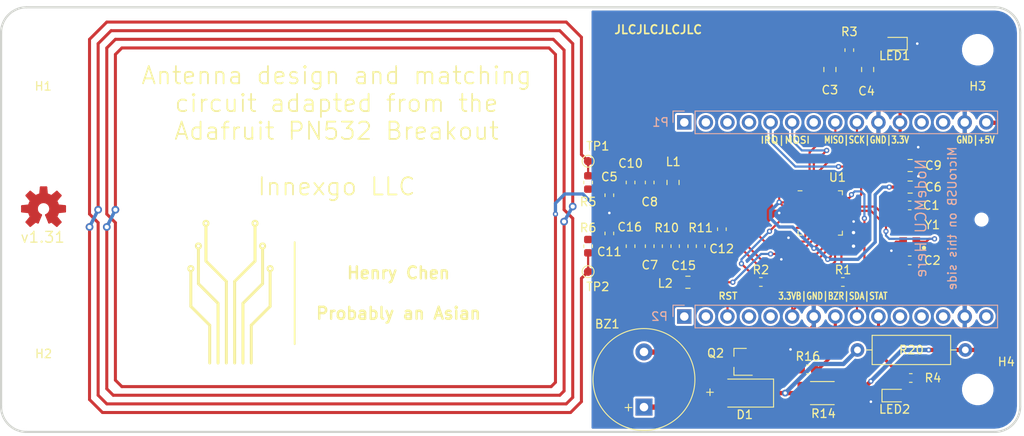
<source format=kicad_pcb>
(kicad_pcb (version 20171130) (host pcbnew "(5.1.5)-3")
  (layers (0 F.Cu signal) (31 B.Cu signal) (34 B.Paste user) (35 F.Paste user) (36 B.SilkS user) (37 F.SilkS user) (38 B.Mask user) (39 F.Mask user) (44 Edge.Cuts user))
  (net 0 "")
  (net 1 GND)
  (net 2 +5V)
  (net 3 "Net-(C1-Pad2)")
  (net 4 "Net-(C2-Pad2)")
  (net 5 +3V3)
  (net 6 "Net-(C10-Pad2)")
  (net 7 "Net-(C16-Pad2)")
  (net 8 "Net-(C10-Pad1)")
  (net 9 "Net-(C11-Pad1)")
  (net 10 "Net-(C12-Pad2)")
  (net 11 "Net-(C15-Pad2)")
  (net 12 "Net-(C15-Pad1)")
  (net 13 "Net-(L1-Pad2)")
  (net 14 "Net-(L2-Pad1)")
  (net 15 "Net-(LED1-Pad2)")
  (net 16 "Net-(LED2-Pad2)")
  (net 17 /SCK)
  (net 18 /MISO)
  (net 19 /MOSI)
  (net 20 /IRQ)
  (net 21 /GPIO-TH)
  (net 22 /STATUS)
  (net 23 /SDA)
  (net 24 +3.3VA)
  (net 25 /RST)
  (net 26 "Net-(Q2-Pad1)")
  (net 27 "Net-(BZ1-Pad2)")
  (net 28 "Net-(BZ1-Pad1)")
  (net 29 "Net-(P1-Pad13)")
  (net 30 "Net-(P1-Pad12)")
  (net 31 "Net-(P1-Pad7)")
  (net 32 "Net-(P1-Pad4)")
  (net 33 "Net-(P1-Pad3)")
  (net 34 "Net-(P1-Pad2)")
  (net 35 "Net-(P1-Pad1)")
  (net 36 "Net-(P2-Pad15)")
  (net 37 "Net-(P2-Pad13)")
  (net 38 "Net-(P2-Pad12)")
  (net 39 "Net-(P2-Pad11)")
  (net 40 "Net-(P2-Pad5)")
  (net 41 "Net-(P2-Pad4)")
  (net 42 "Net-(P2-Pad2)")
  (net 43 "Net-(P2-Pad1)")
  (net 44 "Net-(U1-Pad1)")
  (net 45 "Net-(U1-Pad7)")
  (net 46 "Net-(U1-Pad8)")
  (net 47 "Net-(U1-Pad9)")
  (net 48 "Net-(U1-Pad19)")
  (net 49 "Net-(U1-Pad20)")
  (net 50 "Net-(U1-Pad25)")
  (net 51 "Net-(U1-Pad26)")
  (net 52 "Net-(U1-Pad27)")
  (net 53 "Net-(U1-Pad28)")
  (module Resistor_THT:R_Axial_DIN0309_L9.0mm_D3.2mm_P12.70mm_Horizontal (layer F.Cu) (at 136.72236 98.044635)
    (fp_text reference R20 (at 6.35 0) (layer F.SilkS))
    (fp_text value R_Axial)
    (pad 2 thru_hole oval (at 12.7 0) (size 1.6 1.6) (drill 0.8) (layers *.Cu *.Mask) (net 2 +5V))
    (pad 1 thru_hole circle (at 0 0) (size 1.6 1.6) (drill 0.8) (layers *.Cu *.Mask) (net 28 "Net-(BZ1-Pad1)"))
  )
  (module Diode_SMD:D_SMA (layer F.Cu) (at 123.444 103.124 180)
    (fp_text reference D1 (at 0 -2.54) (layer F.SilkS))
    (fp_text value D_Schottky)
    (pad 2 smd rect (at 2 0 180) (size 2.5 1.8) (layers F.Cu F.Paste F.Mask) (net 27 "Net-(BZ1-Pad2)"))
    (pad 1 smd rect (at -2 0 180) (size 2.5 1.8) (layers F.Cu F.Paste F.Mask) (net 28 "Net-(BZ1-Pad1)"))
  )
  (module Inductor_SMD:L_0805_2012Metric (layer F.Cu) (at 116.75736 90.073635 180)
    (fp_text reference L2 (at 2.667 -0.127) (layer F.SilkS))
    (fp_text value 560nH)
    (pad 2 smd roundrect (at 0.9375 0 180) (size 0.975 1.4) (layers F.Cu F.Paste F.Mask) (net 7 "Net-(C16-Pad2)"))
    (pad 1 smd roundrect (at -0.9375 0 180) (size 0.975 1.4) (layers F.Cu F.Paste F.Mask) (net 14 "Net-(L2-Pad1)"))
  )
  (module Capacitor_SMD:C_0603_1608Metric (layer F.Cu) (at 107.50736 84.323635 90)
    (fp_text reference C11 (at -2.159 0 180) (layer F.SilkS))
    (fp_text value 100pF)
    (pad 2 smd roundrect (at 0.7875 0 90) (size 0.875 0.95) (layers F.Cu F.Paste F.Mask) (net 1 GND))
    (pad 1 smd roundrect (at -0.7875 0 90) (size 0.875 0.95) (layers F.Cu F.Paste F.Mask) (net 9 "Net-(C11-Pad1)"))
  )
  (module Capacitor_SMD:C_0603_1608Metric (layer F.Cu) (at 112.25736 85.823635 90)
    (fp_text reference C7 (at -2.225635 0.01636 180) (layer F.SilkS))
    (fp_text value 220pF)
    (pad 2 smd roundrect (at 0.7875 0 90) (size 0.875 0.95) (layers F.Cu F.Paste F.Mask) (net 1 GND))
    (pad 1 smd roundrect (at -0.7875 0 90) (size 0.875 0.95) (layers F.Cu F.Paste F.Mask) (net 7 "Net-(C16-Pad2)"))
  )
  (module Capacitor_SMD:C_0603_1608Metric (layer F.Cu) (at 110.00736 85.823635 270)
    (fp_text reference C16 (at -2.25 0.09764 180) (layer F.SilkS))
    (fp_text value 22pF)
    (pad 2 smd roundrect (at 0.7875 0 270) (size 0.875 0.95) (layers F.Cu F.Paste F.Mask) (net 7 "Net-(C16-Pad2)"))
    (pad 1 smd roundrect (at -0.7875 0 270) (size 0.875 0.95) (layers F.Cu F.Paste F.Mask) (net 9 "Net-(C11-Pad1)"))
  )
  (module Capacitor_SMD:C_0603_1608Metric (layer F.Cu) (at 110.00736 78.323635 270)
    (fp_text reference C10 (at -2.25 0 180) (layer F.SilkS))
    (fp_text value 22pF)
    (pad 2 smd roundrect (at 0.7875 0 270) (size 0.875 0.95) (layers F.Cu F.Paste F.Mask) (net 6 "Net-(C10-Pad2)"))
    (pad 1 smd roundrect (at -0.7875 0 270) (size 0.875 0.95) (layers F.Cu F.Paste F.Mask) (net 8 "Net-(C10-Pad1)"))
  )
  (module Oscillator:Oscillator_SMD_EuroQuartz_XO32-4Pin_3.2x2.5mm (layer F.Cu) (at 142.875 84.201 90)
    (fp_text reference Y1 (at 0.889 2.667 180) (layer F.SilkS))
    (fp_text value "27.12 MHz")
    (pad 4 smd rect (at -1.075 -0.775 90) (size 1 0.9) (layers F.Cu F.Paste F.Mask) (net 1 GND))
    (pad 3 smd rect (at 1.075 -0.775 90) (size 1 0.9) (layers F.Cu F.Paste F.Mask) (net 3 "Net-(C1-Pad2)"))
    (pad 2 smd rect (at 1.075 0.775 90) (size 1 0.9) (layers F.Cu F.Paste F.Mask) (net 1 GND))
    (pad 1 smd rect (at -1.075 0.775 90) (size 1 0.9) (layers F.Cu F.Paste F.Mask) (net 4 "Net-(C2-Pad2)"))
  )
  (module Buzzer_Beeper:Buzzer_12x9.5RM6.5 (layer F.Cu) (at 111.5822 101.5238 90)
    (fp_text reference BZ1 (at 6.5266 -4.318 180) (layer F.SilkS))
    (fp_text value Buzzer)
    (pad 2 thru_hole circle (at 3.25 0 90) (size 2 2) (drill 1) (layers *.Cu *.Mask) (net 27 "Net-(BZ1-Pad2)"))
    (pad 1 thru_hole rect (at -3.25 0 90) (size 2 2) (drill 1) (layers *.Cu *.Mask) (net 28 "Net-(BZ1-Pad1)"))
  )
  (module Connector_PinHeader_2.54mm:PinHeader_1x15_P2.54mm_Vertical (layer B.Cu) (at 116.332 94.107 270)
    (fp_text reference P2 (at 0 2.921 180) (layer B.SilkS) (effects (justify mirror)))
    (fp_text value "ESP32 NODEMCU DEVKIT1 RIGHT HEADER-MALE-2.54")
    (pad 15 thru_hole oval (at 0 -35.56 270) (size 1.7 1.7) (drill 1) (layers *.Cu *.Mask) (net 36 "Net-(P2-Pad15)"))
    (pad 14 thru_hole oval (at 0 -33.02 270) (size 1.7 1.7) (drill 1) (layers *.Cu *.Mask) (net 1 GND))
    (pad 13 thru_hole oval (at 0 -30.48 270) (size 1.7 1.7) (drill 1) (layers *.Cu *.Mask) (net 37 "Net-(P2-Pad13)"))
    (pad 12 thru_hole oval (at 0 -27.94 270) (size 1.7 1.7) (drill 1) (layers *.Cu *.Mask) (net 38 "Net-(P2-Pad12)"))
    (pad 11 thru_hole oval (at 0 -25.4 270) (size 1.7 1.7) (drill 1) (layers *.Cu *.Mask) (net 39 "Net-(P2-Pad11)"))
    (pad 10 thru_hole oval (at 0 -22.86 270) (size 1.7 1.7) (drill 1) (layers *.Cu *.Mask) (net 22 /STATUS))
    (pad 9 thru_hole oval (at 0 -20.32 270) (size 1.7 1.7) (drill 1) (layers *.Cu *.Mask) (net 23 /SDA))
    (pad 8 thru_hole oval (at 0 -17.78 270) (size 1.7 1.7) (drill 1) (layers *.Cu *.Mask) (net 21 /GPIO-TH))
    (pad 7 thru_hole oval (at 0 -15.24 270) (size 1.7 1.7) (drill 1) (layers *.Cu *.Mask) (net 1 GND))
    (pad 6 thru_hole oval (at 0 -12.7 270) (size 1.7 1.7) (drill 1) (layers *.Cu *.Mask) (net 24 +3.3VA))
    (pad 5 thru_hole oval (at 0 -10.16 270) (size 1.7 1.7) (drill 1) (layers *.Cu *.Mask) (net 40 "Net-(P2-Pad5)"))
    (pad 4 thru_hole oval (at 0 -7.62 270) (size 1.7 1.7) (drill 1) (layers *.Cu *.Mask) (net 41 "Net-(P2-Pad4)"))
    (pad 3 thru_hole oval (at 0 -5.08 270) (size 1.7 1.7) (drill 1) (layers *.Cu *.Mask) (net 25 /RST))
    (pad 2 thru_hole oval (at 0 -2.54 270) (size 1.7 1.7) (drill 1) (layers *.Cu *.Mask) (net 42 "Net-(P2-Pad2)"))
    (pad 1 thru_hole rect (at 0 0 270) (size 1.7 1.7) (drill 1) (layers *.Cu *.Mask) (net 43 "Net-(P2-Pad1)"))
  )
  (module Connector_PinHeader_2.54mm:PinHeader_1x15_P2.54mm_Vertical (layer B.Cu) (at 116.332 71.247 270)
    (fp_text reference P1 (at 0 2.794 180) (layer B.SilkS) (effects (justify mirror)))
    (fp_text value "ESP32 NODEMCU DEVKIT1 LEFT HEADER-MALE-2.54")
    (pad 15 thru_hole oval (at 0 -35.56 270) (size 1.7 1.7) (drill 1) (layers *.Cu *.Mask) (net 2 +5V))
    (pad 14 thru_hole oval (at 0 -33.02 270) (size 1.7 1.7) (drill 1) (layers *.Cu *.Mask) (net 1 GND))
    (pad 13 thru_hole oval (at 0 -30.48 270) (size 1.7 1.7) (drill 1) (layers *.Cu *.Mask) (net 29 "Net-(P1-Pad13)"))
    (pad 12 thru_hole oval (at 0 -27.94 270) (size 1.7 1.7) (drill 1) (layers *.Cu *.Mask) (net 30 "Net-(P1-Pad12)"))
    (pad 11 thru_hole oval (at 0 -25.4 270) (size 1.7 1.7) (drill 1) (layers *.Cu *.Mask) (net 5 +3V3))
    (pad 10 thru_hole oval (at 0 -22.86 270) (size 1.7 1.7) (drill 1) (layers *.Cu *.Mask) (net 1 GND))
    (pad 9 thru_hole oval (at 0 -20.32 270) (size 1.7 1.7) (drill 1) (layers *.Cu *.Mask) (net 17 /SCK))
    (pad 8 thru_hole oval (at 0 -17.78 270) (size 1.7 1.7) (drill 1) (layers *.Cu *.Mask) (net 18 /MISO))
    (pad 7 thru_hole oval (at 0 -15.24 270) (size 1.7 1.7) (drill 1) (layers *.Cu *.Mask) (net 31 "Net-(P1-Pad7)"))
    (pad 6 thru_hole oval (at 0 -12.7 270) (size 1.7 1.7) (drill 1) (layers *.Cu *.Mask) (net 19 /MOSI))
    (pad 5 thru_hole oval (at 0 -10.16 270) (size 1.7 1.7) (drill 1) (layers *.Cu *.Mask) (net 20 /IRQ))
    (pad 4 thru_hole oval (at 0 -7.62 270) (size 1.7 1.7) (drill 1) (layers *.Cu *.Mask) (net 32 "Net-(P1-Pad4)"))
    (pad 3 thru_hole oval (at 0 -5.08 270) (size 1.7 1.7) (drill 1) (layers *.Cu *.Mask) (net 33 "Net-(P1-Pad3)"))
    (pad 2 thru_hole oval (at 0 -2.54 270) (size 1.7 1.7) (drill 1) (layers *.Cu *.Mask) (net 34 "Net-(P1-Pad2)"))
    (pad 1 thru_hole rect (at 0 0 270) (size 1.7 1.7) (drill 1) (layers *.Cu *.Mask) (net 35 "Net-(P1-Pad1)"))
  )
  (module Custom:TOOLING_HOLE_JLCPCB_SMT (layer F.Cu) (at 40.885 92.696)
    (fp_text reference H6 hide)
    (fp_text value ToolingHole hide)
    (pad "" np_thru_hole circle (at 0 0) (size 1.152 1.152) (drill 1.152) (layers *.Cu *.Mask))
  )
  (module Custom:TOOLING_HOLE_JLCPCB_SMT (layer F.Cu) (at 40.885 72.696)
    (fp_text reference H5 hide)
    (fp_text value ToolingHole hide)
    (pad "" np_thru_hole circle (at 0 0) (size 1.152 1.152) (drill 1.152) (layers *.Cu *.Mask))
  )
  (module Custom:TOOLING_HOLE_JLCPCB_SMT (layer F.Cu) (at 151.3332 82.696)
    (fp_text reference H7 hide)
    (fp_text value ToolingHole hide)
    (pad "" np_thru_hole circle (at 0 0) (size 1.152 1.152) (drill 1.152) (layers *.Cu *.Mask))
  )
  (module Custom:OSHWLOGO_TOP_0.2 (layer F.Cu) (at 40.885 81.426)
    (fp_text reference LG1 hide)
    (fp_text value Logo_Open_Hardware_Small hide)
    (fp_line (start 0.304 0.733) (end 0.668 1.613) (layer F.Cu) (width 0.254))
    (fp_arc (start 0 0) (end -0.794 0) (angle 247.499) (layer F.Cu) (width 0.254))
    (fp_arc (start 0 0) (end -0.304 0.733) (angle 67.496) (layer F.Cu) (width 0.254))
    (fp_line (start -0.668 1.613) (end -0.304 0.733) (layer F.Cu) (width 0.254))
    (fp_arc (start 0.001 0) (end -0.668 1.613) (angle 9.501) (layer F.Cu) (width 0.254))
    (fp_line (start -1.564 2.002) (end -0.925 1.481) (layer F.Cu) (width 0.254))
    (fp_line (start -2.002 1.564) (end -1.564 2.002) (layer F.Cu) (width 0.254))
    (fp_line (start -1.481 0.925) (end -2.002 1.564) (layer F.Cu) (width 0.254))
    (fp_arc (start 0 0) (end -1.481 0.925) (angle 19.004) (layer F.Cu) (width 0.254))
    (fp_line (start -2.521 0.31) (end -1.702 0.393) (layer F.Cu) (width 0.254))
    (fp_line (start -2.521 -0.31) (end -2.521 0.31) (layer F.Cu) (width 0.254))
    (fp_line (start -1.702 -0.393) (end -2.521 -0.31) (layer F.Cu) (width 0.254))
    (fp_arc (start 0 0) (end -1.702 -0.393) (angle 19.004) (layer F.Cu) (width 0.254))
    (fp_line (start -2.002 -1.564) (end -1.481 -0.925) (layer F.Cu) (width 0.254))
    (fp_line (start -1.564 -2.002) (end -2.002 -1.564) (layer F.Cu) (width 0.254))
    (fp_line (start -0.925 -1.481) (end -1.564 -2.002) (layer F.Cu) (width 0.254))
    (fp_arc (start 0 0) (end -0.925 -1.481) (angle 19.004) (layer F.Cu) (width 0.254))
    (fp_line (start -0.31 -2.521) (end -0.393 -1.702) (layer F.Cu) (width 0.254))
    (fp_line (start 0.31 -2.521) (end -0.31 -2.521) (layer F.Cu) (width 0.254))
    (fp_line (start 0.393 -1.702) (end 0.31 -2.521) (layer F.Cu) (width 0.254))
    (fp_arc (start 0 0) (end 0.393 -1.702) (angle 19.004) (layer F.Cu) (width 0.254))
    (fp_line (start 1.564 -2.002) (end 0.925 -1.481) (layer F.Cu) (width 0.254))
    (fp_line (start 2.002 -1.564) (end 1.564 -2.002) (layer F.Cu) (width 0.254))
    (fp_line (start 1.481 -0.925) (end 2.002 -1.564) (layer F.Cu) (width 0.254))
    (fp_arc (start 0 0) (end 1.481 -0.925) (angle 19.004) (layer F.Cu) (width 0.254))
    (fp_line (start 2.521 -0.31) (end 1.702 -0.393) (layer F.Cu) (width 0.254))
    (fp_line (start 2.521 0.31) (end 2.521 -0.31) (layer F.Cu) (width 0.254))
    (fp_line (start 1.702 0.393) (end 2.521 0.31) (layer F.Cu) (width 0.254))
    (fp_arc (start 0 0) (end 1.702 0.393) (angle 19.004) (layer F.Cu) (width 0.254))
    (fp_line (start 2.002 1.564) (end 1.481 0.925) (layer F.Cu) (width 0.254))
    (fp_line (start 1.564 2.002) (end 2.002 1.564) (layer F.Cu) (width 0.254))
    (fp_line (start 0.925 1.481) (end 1.564 2.002) (layer F.Cu) (width 0.254))
    (fp_arc (start -0.001 0) (end 0.925 1.481) (angle 9.501) (layer F.Cu) (width 0.254))
    (fp_poly (pts (xy 0.668 1.613) (xy 0.8 1.552) (xy 0.925 1.481) (xy 1.564 2.002) (xy 2.002 1.564) (xy 1.481 0.925) (xy 1.574 0.756) (xy 1.648 0.578) (xy 1.702 0.393) (xy 2.521 0.31) (xy 2.521 -0.31) (xy 1.702 -0.393) (xy 1.648 -0.578) (xy 1.574 -0.756) (xy 1.481 -0.925) (xy 2.002 -1.564) (xy 1.564 -2.002) (xy 0.925 -1.481) (xy 0.756 -1.574) (xy 0.578 -1.648) (xy 0.393 -1.702) (xy 0.31 -2.521) (xy -0.31 -2.521) (xy -0.393 -1.702) (xy -0.578 -1.648) (xy -0.756 -1.574) (xy -0.925 -1.481) (xy -1.564 -2.002) (xy -2.002 -1.564) (xy -1.481 -0.925) (xy -1.574 -0.756) (xy -1.648 -0.578) (xy -1.702 -0.393) (xy -2.521 -0.31) (xy -2.521 0.31) (xy -1.702 0.393) (xy -1.648 0.578) (xy -1.574 0.756) (xy -1.481 0.925) (xy -2.002 1.564) (xy -1.564 2.002) (xy -0.925 1.481) (xy -0.8 1.552) (xy -0.668 1.613) (xy -0.304 0.733) (xy -0.388 0.693) (xy -0.467 0.642) (xy -0.539 0.583) (xy -0.604 0.516) (xy -0.66 0.441) (xy -0.707 0.36) (xy -0.745 0.275) (xy -0.772 0.185) (xy -0.788 0.093) (xy -0.794 0) (xy -0.788 -0.098) (xy -0.77 -0.194) (xy -0.74 -0.287) (xy -0.699 -0.376) (xy -0.647 -0.459) (xy -0.586 -0.535) (xy -0.516 -0.604) (xy -0.437 -0.662) (xy -0.352 -0.711) (xy -0.262 -0.749) (xy -0.168 -0.776) (xy -0.071 -0.79) (xy 0.027 -0.793) (xy 0.124 -0.784) (xy 0.22 -0.763) (xy 0.312 -0.73) (xy 0.399 -0.686) (xy 0.481 -0.631) (xy 0.555 -0.567) (xy 0.621 -0.495) (xy 0.677 -0.415) (xy 0.723 -0.328) (xy 0.758 -0.237) (xy 0.781 -0.142) (xy 0.792 -0.044) (xy 0.792 0.053) (xy 0.779 0.151) (xy 0.755 0.245) (xy 0.719 0.336) (xy 0.672 0.422) (xy 0.615 0.502) (xy 0.549 0.574) (xy 0.474 0.637) (xy 0.392 0.69) (xy 0.304 0.733)) (layer F.Cu) (width 0))
  )
  (module MountingHole:MountingHole_3.2mm_M3 (layer F.Cu) (at 40.885 102.696)
    (fp_text reference H2 (at 0 -4.2) (layer F.SilkS))
    (fp_text value MountingHole)
    (pad 1 np_thru_hole circle (at 0 0) (size 3.2 3.2) (drill 3.2) (layers *.Cu *.Mask))
  )
  (module MountingHole:MountingHole_3.2mm_M3 (layer F.Cu) (at 150.885 102.696)
    (fp_text reference H4 (at 3.36336 -3.254365) (layer F.SilkS))
    (fp_text value MountingHole)
    (pad 1 np_thru_hole circle (at 0 0) (size 3.2 3.2) (drill 3.2) (layers *.Cu *.Mask))
  )
  (module MountingHole:MountingHole_3.2mm_M3 (layer F.Cu) (at 150.885 62.696)
    (fp_text reference H3 (at 0 4.2965) (layer F.SilkS))
    (fp_text value MountingHole)
    (pad "" np_thru_hole circle (at 0 0) (size 3.2 3.2) (drill 3.2) (layers *.Cu *.Mask))
  )
  (module MountingHole:MountingHole_3.2mm_M3 (layer F.Cu) (at 40.885 62.696)
    (fp_text reference H1 (at -0.0418 4.2965) (layer F.SilkS))
    (fp_text value MountingHole)
    (pad 1 np_thru_hole circle (at 0 0) (size 3.2 3.2) (drill 3.2) (layers *.Cu *.Mask))
  )
  (module Resistor_SMD:R_0603_1608Metric (layer F.Cu) (at 135.001 90.043 180)
    (fp_text reference R1 (at -0.0254 1.4224) (layer F.SilkS))
    (fp_text value 1.0K)
    (pad 2 smd roundrect (at 0.7875 0 180) (size 0.875 0.95) (layers F.Cu F.Paste F.Mask) (net 24 +3.3VA))
    (pad 1 smd roundrect (at -0.7875 0 180) (size 0.875 0.95) (layers F.Cu F.Paste F.Mask) (net 23 /SDA))
  )
  (module TestPoint:TestPoint_Pad_D1.0mm (layer F.Cu) (at 105.00736 75.823635)
    (fp_text reference TP1 (at 1.143 -1.778) (layer F.SilkS))
    (fp_text value TestPoint_Probe)
    (pad 1 smd circle (at 0 0) (size 1 1) (layers F.Cu F.Mask) (net 1 GND))
  )
  (module TestPoint:TestPoint_Pad_D1.0mm (layer F.Cu) (at 105.00736 88.823635)
    (fp_text reference TP2 (at 1.143 1.778) (layer F.SilkS))
    (fp_text value TestPoint_Probe)
    (pad 1 smd circle (at 0 0) (size 1 1) (layers F.Cu F.Mask) (net 1 GND))
  )
  (module Package_DFN_QFN:QFN-32-1EP_5x5mm_P0.5mm_EP3.1x3.1mm (layer F.Cu) (at 132.334 81.915)
    (fp_text reference U1 (at 2.032 -4.191) (layer F.SilkS))
    (fp_text value MFRC522)
    (pad 32 smd roundrect (at -1.75 -2.4375) (size 0.25 0.875) (layers F.Cu F.Paste F.Mask) (net 5 +3V3))
    (pad 31 smd roundrect (at -1.25 -2.4375) (size 0.25 0.875) (layers F.Cu F.Paste F.Mask) (net 18 /MISO))
    (pad 30 smd roundrect (at -0.75 -2.4375) (size 0.25 0.875) (layers F.Cu F.Paste F.Mask) (net 19 /MOSI))
    (pad 29 smd roundrect (at -0.25 -2.4375) (size 0.25 0.875) (layers F.Cu F.Paste F.Mask) (net 17 /SCK))
    (pad 28 smd roundrect (at 0.25 -2.4375) (size 0.25 0.875) (layers F.Cu F.Paste F.Mask) (net 53 "Net-(U1-Pad28)"))
    (pad 27 smd roundrect (at 0.75 -2.4375) (size 0.25 0.875) (layers F.Cu F.Paste F.Mask) (net 52 "Net-(U1-Pad27)"))
    (pad 26 smd roundrect (at 1.25 -2.4375) (size 0.25 0.875) (layers F.Cu F.Paste F.Mask) (net 51 "Net-(U1-Pad26)"))
    (pad 25 smd roundrect (at 1.75 -2.4375) (size 0.25 0.875) (layers F.Cu F.Paste F.Mask) (net 50 "Net-(U1-Pad25)"))
    (pad 24 smd roundrect (at 2.4375 -1.75) (size 0.875 0.25) (layers F.Cu F.Paste F.Mask) (net 23 /SDA))
    (pad 23 smd roundrect (at 2.4375 -1.25) (size 0.875 0.25) (layers F.Cu F.Paste F.Mask) (net 20 /IRQ))
    (pad 22 smd roundrect (at 2.4375 -0.75) (size 0.875 0.25) (layers F.Cu F.Paste F.Mask) (net 3 "Net-(C1-Pad2)"))
    (pad 21 smd roundrect (at 2.4375 -0.25) (size 0.875 0.25) (layers F.Cu F.Paste F.Mask) (net 4 "Net-(C2-Pad2)"))
    (pad 20 smd roundrect (at 2.4375 0.25) (size 0.875 0.25) (layers F.Cu F.Paste F.Mask) (net 49 "Net-(U1-Pad20)"))
    (pad 19 smd roundrect (at 2.4375 0.75) (size 0.875 0.25) (layers F.Cu F.Paste F.Mask) (net 48 "Net-(U1-Pad19)"))
    (pad 18 smd roundrect (at 2.4375 1.25) (size 0.875 0.25) (layers F.Cu F.Paste F.Mask) (net 1 GND))
    (pad 17 smd roundrect (at 2.4375 1.75) (size 0.875 0.25) (layers F.Cu F.Paste F.Mask) (net 12 "Net-(C15-Pad1)"))
    (pad 16 smd roundrect (at 1.75 2.4375) (size 0.25 0.875) (layers F.Cu F.Paste F.Mask) (net 10 "Net-(C12-Pad2)"))
    (pad 15 smd roundrect (at 1.25 2.4375) (size 0.25 0.875) (layers F.Cu F.Paste F.Mask) (net 5 +3V3))
    (pad 14 smd roundrect (at 0.75 2.4375) (size 0.25 0.875) (layers F.Cu F.Paste F.Mask) (net 1 GND))
    (pad 13 smd roundrect (at 0.25 2.4375) (size 0.25 0.875) (layers F.Cu F.Paste F.Mask) (net 14 "Net-(L2-Pad1)"))
    (pad 12 smd roundrect (at -0.25 2.4375) (size 0.25 0.875) (layers F.Cu F.Paste F.Mask) (net 5 +3V3))
    (pad 11 smd roundrect (at -0.75 2.4375) (size 0.25 0.875) (layers F.Cu F.Paste F.Mask) (net 13 "Net-(L1-Pad2)"))
    (pad 10 smd roundrect (at -1.25 2.4375) (size 0.25 0.875) (layers F.Cu F.Paste F.Mask) (net 1 GND))
    (pad 9 smd roundrect (at -1.75 2.4375) (size 0.25 0.875) (layers F.Cu F.Paste F.Mask) (net 47 "Net-(U1-Pad9)"))
    (pad 8 smd roundrect (at -2.4375 1.75) (size 0.875 0.25) (layers F.Cu F.Paste F.Mask) (net 46 "Net-(U1-Pad8)"))
    (pad 7 smd roundrect (at -2.4375 1.25) (size 0.875 0.25) (layers F.Cu F.Paste F.Mask) (net 45 "Net-(U1-Pad7)"))
    (pad 6 smd roundrect (at -2.4375 0.75) (size 0.875 0.25) (layers F.Cu F.Paste F.Mask) (net 25 /RST))
    (pad 5 smd roundrect (at -2.4375 0.25) (size 0.875 0.25) (layers F.Cu F.Paste F.Mask) (net 1 GND))
    (pad 4 smd roundrect (at -2.4375 -0.25) (size 0.875 0.25) (layers F.Cu F.Paste F.Mask) (net 1 GND))
    (pad 3 smd roundrect (at -2.4375 -0.75) (size 0.875 0.25) (layers F.Cu F.Paste F.Mask) (net 5 +3V3))
    (pad 2 smd roundrect (at -2.4375 -1.25) (size 0.875 0.25) (layers F.Cu F.Paste F.Mask) (net 5 +3V3))
    (pad 1 smd roundrect (at -2.4375 -1.75) (size 0.875 0.25) (layers F.Cu F.Paste F.Mask) (net 44 "Net-(U1-Pad1)"))
    (pad 33 smd roundrect (at 0 0) (size 3.1 3.1) (layers F.Cu F.Mask) (roundrect_rratio 0.08064499999999999))
  )
  (module Resistor_SMD:R_0603_1608Metric (layer F.Cu) (at 130.8862 100.33 180)
    (fp_text reference R16 (at 0 1.524) (layer F.SilkS) (effects (font (thickness 0.153))))
    (fp_text value 240)
    (pad 2 smd roundrect (at 0.7875 0 180) (size 0.875 0.95) (layers F.Cu F.Paste F.Mask) (net 26 "Net-(Q2-Pad1)"))
    (pad 1 smd roundrect (at -0.7875 0 180) (size 0.875 0.95) (layers F.Cu F.Paste F.Mask) (net 21 /GPIO-TH))
  )
  (module Resistor_SMD:R_2010_5025Metric (layer F.Cu) (at 132.588 103.124 180)
    (fp_text reference R14 (at -0.127 -2.413) (layer F.SilkS))
    (fp_text value 39)
    (pad 2 smd roundrect (at 2.25 0 180) (size 1.35 2.65) (layers F.Cu F.Paste F.Mask) (roundrect_rratio 0.185185) (net 28 "Net-(BZ1-Pad1)"))
    (pad 1 smd roundrect (at -2.25 0 180) (size 1.35 2.65) (layers F.Cu F.Paste F.Mask) (roundrect_rratio 0.185185) (net 2 +5V))
  )
  (module Resistor_SMD:R_0603_1608Metric (layer F.Cu) (at 118.25736 85.823635 90)
    (fp_text reference R11 (at 2.159 0 180) (layer F.SilkS))
    (fp_text value 1.0K)
    (pad 2 smd roundrect (at 0.7875 0 90) (size 0.875 0.95) (layers F.Cu F.Paste F.Mask) (net 10 "Net-(C12-Pad2)"))
    (pad 1 smd roundrect (at -0.7875 0 90) (size 0.875 0.95) (layers F.Cu F.Paste F.Mask) (net 12 "Net-(C15-Pad1)"))
  )
  (module Resistor_SMD:R_0603_1608Metric (layer F.Cu) (at 114.25736 85.823635 270)
    (fp_text reference R10 (at -2.159 0 180) (layer F.SilkS))
    (fp_text value 1.69K)
    (pad 2 smd roundrect (at 0.7875 0 270) (size 0.875 0.95) (layers F.Cu F.Paste F.Mask) (net 7 "Net-(C16-Pad2)"))
    (pad 1 smd roundrect (at -0.7875 0 270) (size 0.875 0.95) (layers F.Cu F.Paste F.Mask) (net 11 "Net-(C15-Pad2)"))
  )
  (module Resistor_SMD:R_0603_1608Metric (layer F.Cu) (at 105.00736 85.823635 270)
    (fp_text reference R6 (at -2.159 0 180) (layer F.SilkS))
    (fp_text value 1.5)
    (pad 2 smd roundrect (at 0.7875 0 270) (size 0.875 0.95) (layers F.Cu F.Paste F.Mask) (net 1 GND))
    (pad 1 smd roundrect (at -0.7875 0 270) (size 0.875 0.95) (layers F.Cu F.Paste F.Mask) (net 9 "Net-(C11-Pad1)"))
  )
  (module Resistor_SMD:R_0603_1608Metric (layer F.Cu) (at 105.00736 78.323635 270)
    (fp_text reference R5 (at 2.286 0 180) (layer F.SilkS))
    (fp_text value 1.5)
    (pad 2 smd roundrect (at 0.7875 0 270) (size 0.875 0.95) (layers F.Cu F.Paste F.Mask) (net 6 "Net-(C10-Pad2)"))
    (pad 1 smd roundrect (at -0.7875 0 270) (size 0.875 0.95) (layers F.Cu F.Paste F.Mask) (net 1 GND))
  )
  (module Resistor_SMD:R_0603_1608Metric (layer F.Cu) (at 143.002 101.346)
    (fp_text reference R4 (at 2.61036 0.000635) (layer F.SilkS))
    (fp_text value 24)
    (pad 2 smd roundrect (at 0.7875 0) (size 0.875 0.95) (layers F.Cu F.Paste F.Mask) (net 16 "Net-(LED2-Pad2)"))
    (pad 1 smd roundrect (at -0.7875 0) (size 0.875 0.95) (layers F.Cu F.Paste F.Mask) (net 22 /STATUS))
  )
  (module Resistor_SMD:R_0603_1608Metric (layer F.Cu) (at 135.763 62.738 90)
    (fp_text reference R3 (at 2.159 0 180) (layer F.SilkS))
    (fp_text value 15)
    (pad 2 smd roundrect (at 0.7875 0 90) (size 0.875 0.95) (layers F.Cu F.Paste F.Mask) (net 15 "Net-(LED1-Pad2)"))
    (pad 1 smd roundrect (at -0.7875 0 90) (size 0.875 0.95) (layers F.Cu F.Paste F.Mask) (net 5 +3V3))
  )
  (module Resistor_SMD:R_0603_1608Metric (layer F.Cu) (at 125.349 90.043)
    (fp_text reference R2 (at 0 -1.43) (layer F.SilkS))
    (fp_text value 1.0K)
    (pad 2 smd roundrect (at 0.7875 0) (size 0.875 0.95) (layers F.Cu F.Paste F.Mask) (net 24 +3.3VA))
    (pad 1 smd roundrect (at -0.7875 0) (size 0.875 0.95) (layers F.Cu F.Paste F.Mask) (net 25 /RST))
  )
  (module Package_TO_SOT_SMD:SOT-23 (layer F.Cu) (at 122.936 99.441 180)
    (fp_text reference Q2 (at 2.921 1.016) (layer F.SilkS))
    (fp_text value Q_NPN_BEC)
    (pad 3 smd rect (at 1 0 180) (size 0.9 0.8) (layers F.Cu F.Paste F.Mask) (net 27 "Net-(BZ1-Pad2)"))
    (pad 2 smd rect (at -1 0.95 180) (size 0.9 0.8) (layers F.Cu F.Paste F.Mask) (net 1 GND))
    (pad 1 smd rect (at -1 -0.95 180) (size 0.9 0.8) (layers F.Cu F.Paste F.Mask) (net 26 "Net-(Q2-Pad1)"))
  )
  (module LED_SMD:LED_0603_1608Metric (layer F.Cu) (at 141.097 103.416)
    (fp_text reference LED2 (at 0 1.613) (layer F.SilkS))
    (fp_text value LED_BLUE)
    (pad 1 smd roundrect (at -0.7875 0) (size 0.875 0.95) (layers F.Cu F.Paste F.Mask) (net 1 GND))
    (pad 2 smd roundrect (at 0.7875 0) (size 0.875 0.95) (layers F.Cu F.Paste F.Mask) (net 16 "Net-(LED2-Pad2)"))
  )
  (module LED_SMD:LED_0603_1608Metric (layer F.Cu) (at 141.097 61.976 180)
    (fp_text reference LED1 (at 0 -1.43) (layer F.SilkS))
    (fp_text value LED_GREEN)
    (pad 1 smd roundrect (at -0.7875 0 180) (size 0.875 0.95) (layers F.Cu F.Paste F.Mask) (net 1 GND))
    (pad 2 smd roundrect (at 0.7875 0 180) (size 0.875 0.95) (layers F.Cu F.Paste F.Mask) (net 15 "Net-(LED1-Pad2)"))
  )
  (module Inductor_SMD:L_0805_2012Metric (layer F.Cu) (at 115.00736 78.323635 270)
    (fp_text reference L1 (at -2.4384 -0.0254 180) (layer F.SilkS))
    (fp_text value 560nH)
    (pad 2 smd roundrect (at 0.9375 0 270) (size 0.975 1.4) (layers F.Cu F.Paste F.Mask) (net 13 "Net-(L1-Pad2)"))
    (pad 1 smd roundrect (at -0.9375 0 270) (size 0.975 1.4) (layers F.Cu F.Paste F.Mask) (net 8 "Net-(C10-Pad1)"))
  )
  (module Capacitor_SMD:C_0603_1608Metric (layer F.Cu) (at 116.25736 85.823635 90)
    (fp_text reference C15 (at -2.286 0 180) (layer F.SilkS))
    (fp_text value 1nF)
    (pad 2 smd roundrect (at 0.7875 0 90) (size 0.875 0.95) (layers F.Cu F.Paste F.Mask) (net 11 "Net-(C15-Pad2)"))
    (pad 1 smd roundrect (at -0.7875 0 90) (size 0.875 0.95) (layers F.Cu F.Paste F.Mask) (net 12 "Net-(C15-Pad1)"))
  )
  (module Capacitor_SMD:C_0603_1608Metric (layer F.Cu) (at 120.75736 83.823635 270)
    (fp_text reference C12 (at 2.3114 0.0254 180) (layer F.SilkS))
    (fp_text value 100nF)
    (pad 2 smd roundrect (at 0.7875 0 270) (size 0.875 0.95) (layers F.Cu F.Paste F.Mask) (net 10 "Net-(C12-Pad2)"))
    (pad 1 smd roundrect (at -0.7875 0 270) (size 0.875 0.95) (layers F.Cu F.Paste F.Mask) (net 1 GND))
  )
  (module Capacitor_SMD:C_0805_2012Metric (layer F.Cu) (at 142.926 76.327)
    (fp_text reference C9 (at 2.743 0) (layer F.SilkS))
    (fp_text value 1uF)
    (pad 2 smd roundrect (at 0.9375 0) (size 0.975 1.4) (layers F.Cu F.Paste F.Mask) (net 1 GND))
    (pad 1 smd roundrect (at -0.9375 0) (size 0.975 1.4) (layers F.Cu F.Paste F.Mask) (net 5 +3V3))
  )
  (module Capacitor_SMD:C_0603_1608Metric (layer F.Cu) (at 112.25736 78.323635 90)
    (fp_text reference C8 (at -2.286 0 180) (layer F.SilkS))
    (fp_text value 220pF)
    (pad 2 smd roundrect (at 0.7875 0 90) (size 0.875 0.95) (layers F.Cu F.Paste F.Mask) (net 8 "Net-(C10-Pad1)"))
    (pad 1 smd roundrect (at -0.7875 0 90) (size 0.875 0.95) (layers F.Cu F.Paste F.Mask) (net 1 GND))
  )
  (module Capacitor_SMD:C_0805_2012Metric (layer F.Cu) (at 142.926 78.867)
    (fp_text reference C6 (at 2.743 0) (layer F.SilkS))
    (fp_text value 1uF)
    (pad 2 smd roundrect (at 0.9375 0) (size 0.975 1.4) (layers F.Cu F.Paste F.Mask) (net 1 GND))
    (pad 1 smd roundrect (at -0.9375 0) (size 0.975 1.4) (layers F.Cu F.Paste F.Mask) (net 5 +3V3))
  )
  (module Capacitor_SMD:C_0603_1608Metric (layer F.Cu) (at 107.50736 79.823635 90)
    (fp_text reference C5 (at 2.159 0 180) (layer F.SilkS))
    (fp_text value 100pF)
    (pad 2 smd roundrect (at 0.7875 0 90) (size 0.875 0.95) (layers F.Cu F.Paste F.Mask) (net 6 "Net-(C10-Pad2)"))
    (pad 1 smd roundrect (at -0.7875 0 90) (size 0.875 0.95) (layers F.Cu F.Paste F.Mask) (net 1 GND))
  )
  (module Capacitor_SMD:C_0805_2012Metric (layer F.Cu) (at 137.922 65.024 270)
    (fp_text reference C4 (at 2.54 0.127 180) (layer F.SilkS))
    (fp_text value 1uF)
    (pad 1 smd roundrect (at -0.9375 0 270) (size 0.975 1.4) (layers F.Cu F.Paste F.Mask) (net 5 +3V3))
    (pad 2 smd roundrect (at 0.9375 0 270) (size 0.975 1.4) (layers F.Cu F.Paste F.Mask) (net 1 GND))
  )
  (module Capacitor_SMD:C_0805_2012Metric (layer F.Cu) (at 133.477 65.024 270)
    (fp_text reference C3 (at 2.413 0 180) (layer F.SilkS))
    (fp_text value 1uF)
    (pad 1 smd roundrect (at -0.9375 0 270) (size 0.975 1.4) (layers F.Cu F.Paste F.Mask) (net 5 +3V3))
    (pad 2 smd roundrect (at 0.9375 0 270) (size 0.975 1.4) (layers F.Cu F.Paste F.Mask) (net 1 GND))
  )
  (module Capacitor_SMD:C_0603_1608Metric (layer F.Cu) (at 142.875 87.503)
    (fp_text reference C2 (at 2.667 0) (layer F.SilkS))
    (fp_text value 33pF)
    (pad 2 smd roundrect (at 0.7875 0) (size 0.875 0.95) (layers F.Cu F.Paste F.Mask) (net 4 "Net-(C2-Pad2)"))
    (pad 1 smd roundrect (at -0.7875 0) (size 0.875 0.95) (layers F.Cu F.Paste F.Mask) (net 1 GND))
  )
  (module Capacitor_SMD:C_0603_1608Metric (layer F.Cu) (at 142.875 81.026 180)
    (fp_text reference C1 (at -2.54 0) (layer F.SilkS))
    (fp_text value 33pF)
    (pad 2 smd roundrect (at 0.7875 0 180) (size 0.875 0.95) (layers F.Cu F.Paste F.Mask) (net 3 "Net-(C1-Pad2)"))
    (pad 1 smd roundrect (at -0.7875 0 180) (size 0.875 0.95) (layers F.Cu F.Paste F.Mask) (net 1 GND))
  )
  (gr_text JLCJLCJLCJLC (at 113.25736 60.323635) (layer F.SilkS) (effects (font (size 1 1) (thickness 0.2))))
  (gr_line (start 110.15736 104.823635) (end 109.35736 104.823635) (layer F.SilkS) (width 0.12))
  (gr_line (start 109.75736 104.423635) (end 109.75736 105.223635) (layer F.SilkS) (width 0.12))
  (gr_line (start 118.95736 103.023635) (end 119.75736 103.023635) (layer F.SilkS) (width 0.12))
  (gr_line (start 119.35736 102.623635) (end 119.35736 103.423635) (layer F.SilkS) (width 0.12))
  (gr_circle (center 144.55736 86.023635) (end 144.55736 86.023635) (layer F.SilkS) (width 0.25))
  (gr_circle (center 67.56578 88.466295) (end 67.86078 88.466295) (layer F.SilkS) (width 0.24))
  (gr_circle (center 66.67678 85.799295) (end 66.97178 85.799295) (layer F.SilkS) (width 0.24))
  (gr_circle (center 65.78778 83.132295) (end 66.08278 83.132295) (layer F.SilkS) (width 0.24))
  (gr_circle (center 60.00928 83.132295) (end 60.30428 83.132295) (layer F.SilkS) (width 0.24))
  (gr_circle (center 59.12028 85.799295) (end 59.41528 85.799295) (layer F.SilkS) (width 0.24))
  (gr_circle (center 58.23128 88.466295) (end 58.52628 88.466295) (layer F.SilkS) (width 0.24))
  (gr_line (start 87.178896 88.875235) (end 87.178896 88.875235) (layer F.SilkS) (width 0.28))
  (gr_line (start 88.178131 88.675211) (end 88.178131 88.675211) (layer F.SilkS) (width 0.28))
  (gr_line (start 87.778082 88.808561) (end 87.844756 88.741886) (layer F.SilkS) (width 0.28))
  (gr_line (start 74.011919 93.035756) (end 74.011919 93.035756) (layer F.SilkS) (width 0.28))
  (gr_line (start 87.778082 88.675211) (end 87.778082 89.608661) (layer F.SilkS) (width 0.28))
  (gr_line (start 87.112221 88.741886) (end 87.178896 88.875235) (layer F.SilkS) (width 0.28))
  (gr_line (start 85.912071 88.875235) (end 85.845397 88.741886) (layer F.SilkS) (width 0.28))
  (gr_line (start 86.712172 88.675211) (end 86.712172 88.675211) (layer F.SilkS) (width 0.28))
  (gr_line (start 86.512146 88.875235) (end 86.512146 88.875235) (layer F.SilkS) (width 0.28))
  (gr_line (start 86.97887 89.608661) (end 86.712172 89.608661) (layer F.SilkS) (width 0.28))
  (gr_line (start 85.712045 88.675211) (end 85.712045 88.675211) (layer F.SilkS) (width 0.28))
  (gr_line (start 85.512022 88.675211) (end 85.37867 88.741886) (layer F.SilkS) (width 0.28))
  (gr_line (start 87.178896 89.008585) (end 86.512146 89.141936) (layer F.SilkS) (width 0.28))
  (gr_line (start 73.345168 92.969081) (end 73.345168 92.969081) (layer F.SilkS) (width 0.28))
  (gr_line (start 87.178896 88.875235) (end 87.178896 89.008585) (layer F.SilkS) (width 0.28))
  (gr_line (start 86.578821 89.541986) (end 86.578821 89.541986) (layer F.SilkS) (width 0.28))
  (gr_line (start 87.178896 89.008585) (end 87.178896 89.008585) (layer F.SilkS) (width 0.28))
  (gr_line (start 88.378157 88.875235) (end 88.378157 88.875235) (layer F.SilkS) (width 0.28))
  (gr_line (start 87.844756 88.741886) (end 87.978108 88.675211) (layer F.SilkS) (width 0.28))
  (gr_line (start 87.844756 88.741886) (end 87.844756 88.741886) (layer F.SilkS) (width 0.28))
  (gr_line (start 86.578821 89.541986) (end 86.512146 89.408635) (layer F.SilkS) (width 0.28))
  (gr_line (start 85.845397 88.741886) (end 85.845397 88.741886) (layer F.SilkS) (width 0.28))
  (gr_line (start 86.512146 88.875235) (end 86.578821 88.741886) (layer F.SilkS) (width 0.28))
  (gr_line (start 73.345168 94.368366) (end 73.345168 92.969081) (layer F.SilkS) (width 0.28))
  (gr_line (start 88.378157 88.875235) (end 88.378157 89.608661) (layer F.SilkS) (width 0.28))
  (gr_line (start 88.311482 88.741886) (end 88.378157 88.875235) (layer F.SilkS) (width 0.28))
  (gr_line (start 86.512146 89.408635) (end 86.512146 88.875235) (layer F.SilkS) (width 0.28))
  (gr_line (start 88.311482 88.741886) (end 88.311482 88.741886) (layer F.SilkS) (width 0.28))
  (gr_line (start 86.97887 88.675211) (end 86.97887 88.675211) (layer F.SilkS) (width 0.28))
  (gr_line (start 87.978108 88.675211) (end 87.978108 88.675211) (layer F.SilkS) (width 0.28))
  (gr_line (start 86.97887 88.675211) (end 87.112221 88.741886) (layer F.SilkS) (width 0.28))
  (gr_line (start 85.912071 88.875235) (end 85.912071 88.875235) (layer F.SilkS) (width 0.28))
  (gr_line (start 86.712172 89.608661) (end 86.712172 89.608661) (layer F.SilkS) (width 0.28))
  (gr_line (start 86.97887 89.608661) (end 86.97887 89.608661) (layer F.SilkS) (width 0.28))
  (gr_line (start 85.37867 88.741886) (end 85.311996 88.808561) (layer F.SilkS) (width 0.28))
  (gr_line (start 85.37867 88.741886) (end 85.37867 88.741886) (layer F.SilkS) (width 0.28))
  (gr_line (start 85.845397 88.741886) (end 85.712045 88.675211) (layer F.SilkS) (width 0.28))
  (gr_line (start 86.712172 88.675211) (end 86.97887 88.675211) (layer F.SilkS) (width 0.28))
  (gr_line (start 74.145268 93.23578) (end 74.145268 93.435806) (layer F.SilkS) (width 0.28))
  (gr_line (start 73.878569 92.969081) (end 73.878569 92.969081) (layer F.SilkS) (width 0.28))
  (gr_line (start 85.512022 88.675211) (end 85.512022 88.675211) (layer F.SilkS) (width 0.28))
  (gr_line (start 73.878569 92.969081) (end 74.011919 93.035756) (layer F.SilkS) (width 0.28))
  (gr_line (start 73.345168 92.969081) (end 73.878569 92.969081) (layer F.SilkS) (width 0.28))
  (gr_line (start 88.178131 88.675211) (end 88.311482 88.741886) (layer F.SilkS) (width 0.28))
  (gr_line (start 86.578821 88.741886) (end 86.712172 88.675211) (layer F.SilkS) (width 0.28))
  (gr_line (start 87.112221 89.541986) (end 86.97887 89.608661) (layer F.SilkS) (width 0.28))
  (gr_line (start 86.578821 88.741886) (end 86.578821 88.741886) (layer F.SilkS) (width 0.28))
  (gr_line (start 85.712045 88.675211) (end 85.512022 88.675211) (layer F.SilkS) (width 0.28))
  (gr_line (start 87.978108 88.675211) (end 88.178131 88.675211) (layer F.SilkS) (width 0.28))
  (gr_line (start 87.112221 88.741886) (end 87.112221 88.741886) (layer F.SilkS) (width 0.28))
  (gr_line (start 86.512146 89.408635) (end 86.512146 89.408635) (layer F.SilkS) (width 0.28))
  (gr_line (start 74.145268 93.23578) (end 74.145268 93.23578) (layer F.SilkS) (width 0.28))
  (gr_line (start 74.078593 93.102431) (end 74.145268 93.23578) (layer F.SilkS) (width 0.28))
  (gr_line (start 74.078593 93.102431) (end 74.078593 93.102431) (layer F.SilkS) (width 0.28))
  (gr_line (start 74.011919 93.035756) (end 74.078593 93.102431) (layer F.SilkS) (width 0.28))
  (gr_line (start 86.712172 89.608661) (end 86.578821 89.541986) (layer F.SilkS) (width 0.28))
  (gr_line (start 80.745202 94.301692) (end 80.678528 94.168342) (layer F.SilkS) (width 0.28))
  (gr_line (start 77.011404 94.368366) (end 76.878943 94.301692) (layer F.SilkS) (width 0.28))
  (gr_line (start 80.678528 94.168342) (end 80.678528 92.969081) (layer F.SilkS) (width 0.28))
  (gr_line (start 78.544929 93.435806) (end 78.544929 93.435806) (layer F.SilkS) (width 0.28))
  (gr_line (start 80.678528 94.168342) (end 80.678528 94.168342) (layer F.SilkS) (width 0.28))
  (gr_line (start 79.545053 94.368366) (end 79.411703 94.301692) (layer F.SilkS) (width 0.28))
  (gr_line (start 79.545053 94.368366) (end 79.545053 94.368366) (layer F.SilkS) (width 0.28))
  (gr_line (start 80.011778 94.235016) (end 80.011778 94.235016) (layer F.SilkS) (width 0.28))
  (gr_line (start 78.144878 94.301692) (end 78.144878 94.301692) (layer F.SilkS) (width 0.28))
  (gr_line (start 77.011404 94.368366) (end 77.011404 94.368366) (layer F.SilkS) (width 0.28))
  (gr_line (start 79.811754 94.368366) (end 79.811754 94.368366) (layer F.SilkS) (width 0.28))
  (gr_line (start 79.945104 94.301692) (end 79.945104 94.301692) (layer F.SilkS) (width 0.28))
  (gr_line (start 80.011778 94.235016) (end 79.945104 94.301692) (layer F.SilkS) (width 0.28))
  (gr_line (start 80.011778 93.569156) (end 80.078453 93.701617) (layer F.SilkS) (width 0.28))
  (gr_line (start 78.611603 93.834967) (end 78.744954 93.768291) (layer F.SilkS) (width 0.28))
  (gr_line (start 79.545053 93.435806) (end 79.545053 93.435806) (layer F.SilkS) (width 0.28))
  (gr_line (start 79.945104 93.50248) (end 80.011778 93.569156) (layer F.SilkS) (width 0.28))
  (gr_line (start 79.811754 93.435806) (end 79.811754 93.435806) (layer F.SilkS) (width 0.28))
  (gr_line (start 78.078204 94.168342) (end 78.078204 94.034992) (layer F.SilkS) (width 0.28))
  (gr_line (start 78.678279 93.50248) (end 78.544929 93.435806) (layer F.SilkS) (width 0.28))
  (gr_line (start 78.744954 94.368366) (end 78.744954 93.634941) (layer F.SilkS) (width 0.28))
  (gr_line (start 81.278603 93.435806) (end 81.611978 94.368366) (layer F.SilkS) (width 0.28))
  (gr_line (start 78.611603 93.834967) (end 78.611603 93.834967) (layer F.SilkS) (width 0.28))
  (gr_line (start 78.544929 93.435806) (end 78.278229 93.435806) (layer F.SilkS) (width 0.28))
  (gr_line (start 78.278229 94.368366) (end 78.144878 94.301692) (layer F.SilkS) (width 0.28))
  (gr_line (start 78.278229 93.435806) (end 78.278229 93.435806) (layer F.SilkS) (width 0.28))
  (gr_line (start 78.611603 94.368366) (end 78.278229 94.368366) (layer F.SilkS) (width 0.28))
  (gr_line (start 80.878554 94.368366) (end 80.745202 94.301692) (layer F.SilkS) (width 0.28))
  (gr_line (start 79.411703 93.50248) (end 79.545053 93.435806) (layer F.SilkS) (width 0.28))
  (gr_line (start 79.811754 94.368366) (end 79.545053 94.368366) (layer F.SilkS) (width 0.28))
  (gr_line (start 78.278229 93.834967) (end 78.278229 93.834967) (layer F.SilkS) (width 0.28))
  (gr_line (start 79.945104 94.301692) (end 79.811754 94.368366) (layer F.SilkS) (width 0.28))
  (gr_line (start 78.611603 94.368366) (end 78.611603 94.368366) (layer F.SilkS) (width 0.28))
  (gr_line (start 80.078453 93.701617) (end 80.078453 94.101666) (layer F.SilkS) (width 0.28))
  (gr_line (start 77.411453 94.301692) (end 77.278104 94.368366) (layer F.SilkS) (width 0.28))
  (gr_line (start 77.278104 94.368366) (end 77.278104 94.368366) (layer F.SilkS) (width 0.28))
  (gr_line (start 80.078453 93.701617) (end 80.078453 93.701617) (layer F.SilkS) (width 0.28))
  (gr_line (start 80.011778 93.569156) (end 80.011778 93.569156) (layer F.SilkS) (width 0.28))
  (gr_line (start 78.744954 94.301692) (end 78.611603 94.368366) (layer F.SilkS) (width 0.28))
  (gr_line (start 78.144878 93.901641) (end 78.278229 93.834967) (layer F.SilkS) (width 0.28))
  (gr_line (start 78.278229 94.368366) (end 78.278229 94.368366) (layer F.SilkS) (width 0.28))
  (gr_line (start 79.811754 93.435806) (end 79.945104 93.50248) (layer F.SilkS) (width 0.28))
  (gr_line (start 78.078204 94.168342) (end 78.078204 94.168342) (layer F.SilkS) (width 0.28))
  (gr_line (start 78.278229 93.435806) (end 78.144878 93.50248) (layer F.SilkS) (width 0.28))
  (gr_line (start 80.078453 94.101666) (end 80.078453 94.101666) (layer F.SilkS) (width 0.28))
  (gr_line (start 78.278229 93.834967) (end 78.611603 93.834967) (layer F.SilkS) (width 0.28))
  (gr_line (start 78.078204 94.034992) (end 78.144878 93.901641) (layer F.SilkS) (width 0.28))
  (gr_line (start 80.745202 94.301692) (end 80.745202 94.301692) (layer F.SilkS) (width 0.28))
  (gr_line (start 79.945104 93.50248) (end 79.945104 93.50248) (layer F.SilkS) (width 0.28))
  (gr_line (start 81.478629 94.701741) (end 81.411955 94.768417) (layer F.SilkS) (width 0.28))
  (gr_line (start 80.078453 94.101666) (end 80.011778 94.235016) (layer F.SilkS) (width 0.28))
  (gr_line (start 78.678279 93.50248) (end 78.678279 93.50248) (layer F.SilkS) (width 0.28))
  (gr_line (start 79.545053 93.435806) (end 79.811754 93.435806) (layer F.SilkS) (width 0.28))
  (gr_line (start 78.144878 93.901641) (end 78.144878 93.901641) (layer F.SilkS) (width 0.28))
  (gr_line (start 81.478629 94.701741) (end 81.478629 94.701741) (layer F.SilkS) (width 0.28))
  (gr_line (start 78.144878 94.301692) (end 78.078204 94.168342) (layer F.SilkS) (width 0.28))
  (gr_line (start 79.411703 94.368366) (end 79.411703 92.969081) (layer F.SilkS) (width 0.28))
  (gr_line (start 77.278104 94.368366) (end 77.011404 94.368366) (layer F.SilkS) (width 0.28))
  (gr_line (start 78.078204 94.034992) (end 78.078204 94.034992) (layer F.SilkS) (width 0.28))
  (gr_line (start 81.611978 94.368366) (end 81.478629 94.701741) (layer F.SilkS) (width 0.28))
  (gr_line (start 81.945353 93.435806) (end 81.611978 94.368366) (layer F.SilkS) (width 0.28))
  (gr_line (start 78.744954 93.634941) (end 78.678279 93.50248) (layer F.SilkS) (width 0.28))
  (gr_line (start 78.744954 93.634941) (end 78.744954 93.634941) (layer F.SilkS) (width 0.28))
  (gr_line (start 81.611978 94.368366) (end 81.611978 94.368366) (layer F.SilkS) (width 0.28))
  (gr_line (start 75.545442 93.701617) (end 75.545442 93.701617) (layer F.SilkS) (width 0.28))
  (gr_line (start 77.544803 93.701617) (end 77.544803 94.101666) (layer F.SilkS) (width 0.28))
  (gr_line (start 77.544803 93.701617) (end 77.544803 93.701617) (layer F.SilkS) (width 0.28))
  (gr_line (start 77.478129 93.569156) (end 77.478129 93.569156) (layer F.SilkS) (width 0.28))
  (gr_line (start 77.411453 93.50248) (end 77.478129 93.569156) (layer F.SilkS) (width 0.28))
  (gr_line (start 77.278104 93.435806) (end 77.278104 93.435806) (layer F.SilkS) (width 0.28))
  (gr_line (start 75.612118 94.235016) (end 75.545442 94.101666) (layer F.SilkS) (width 0.28))
  (gr_line (start 76.012167 94.368366) (end 75.812143 94.368366) (layer F.SilkS) (width 0.28))
  (gr_line (start 76.145518 93.50248) (end 76.145518 93.50248) (layer F.SilkS) (width 0.28))
  (gr_line (start 75.012043 93.435806) (end 75.012043 93.435806) (layer F.SilkS) (width 0.28))
  (gr_line (start 76.212193 93.569156) (end 76.212193 93.569156) (layer F.SilkS) (width 0.28))
  (gr_line (start 75.612118 93.569156) (end 75.612118 93.569156) (layer F.SilkS) (width 0.28))
  (gr_line (start 75.545442 93.701617) (end 75.612118 93.569156) (layer F.SilkS) (width 0.28))
  (gr_line (start 75.678793 94.301692) (end 75.678793 94.301692) (layer F.SilkS) (width 0.28))
  (gr_line (start 74.745343 93.701617) (end 74.812018 93.569156) (layer F.SilkS) (width 0.28))
  (gr_line (start 74.011919 93.634941) (end 73.878569 93.701617) (layer F.SilkS) (width 0.28))
  (gr_line (start 75.678793 94.301692) (end 75.612118 94.235016) (layer F.SilkS) (width 0.28))
  (gr_line (start 75.012043 93.435806) (end 75.145393 93.435806) (layer F.SilkS) (width 0.28))
  (gr_line (start 73.878569 93.701617) (end 73.345168 93.701617) (layer F.SilkS) (width 0.28))
  (gr_line (start 77.278104 93.435806) (end 77.411453 93.50248) (layer F.SilkS) (width 0.28))
  (gr_line (start 77.011404 93.435806) (end 77.278104 93.435806) (layer F.SilkS) (width 0.28))
  (gr_line (start 76.878943 93.50248) (end 77.011404 93.435806) (layer F.SilkS) (width 0.28))
  (gr_line (start 76.878943 94.368366) (end 76.878943 92.969081) (layer F.SilkS) (width 0.28))
  (gr_line (start 74.078593 93.569156) (end 74.011919 93.634941) (layer F.SilkS) (width 0.28))
  (gr_line (start 76.012167 94.368366) (end 76.012167 94.368366) (layer F.SilkS) (width 0.28))
  (gr_line (start 76.145518 94.301692) (end 76.145518 94.301692) (layer F.SilkS) (width 0.28))
  (gr_line (start 76.278868 94.101666) (end 76.278868 94.101666) (layer F.SilkS) (width 0.28))
  (gr_line (start 75.612118 93.569156) (end 75.678793 93.50248) (layer F.SilkS) (width 0.28))
  (gr_line (start 74.011919 93.634941) (end 74.011919 93.634941) (layer F.SilkS) (width 0.28))
  (gr_line (start 76.012167 93.435806) (end 76.145518 93.50248) (layer F.SilkS) (width 0.28))
  (gr_line (start 74.145268 93.435806) (end 74.078593 93.569156) (layer F.SilkS) (width 0.28))
  (gr_line (start 76.212193 94.235016) (end 76.145518 94.301692) (layer F.SilkS) (width 0.28))
  (gr_line (start 76.212193 94.235016) (end 76.212193 94.235016) (layer F.SilkS) (width 0.28))
  (gr_line (start 76.012167 93.435806) (end 76.012167 93.435806) (layer F.SilkS) (width 0.28))
  (gr_line (start 75.812143 93.435806) (end 75.812143 93.435806) (layer F.SilkS) (width 0.28))
  (gr_line (start 74.812018 93.569156) (end 74.812018 93.569156) (layer F.SilkS) (width 0.28))
  (gr_line (start 74.078593 93.569156) (end 74.078593 93.569156) (layer F.SilkS) (width 0.28))
  (gr_line (start 75.545442 94.101666) (end 75.545442 94.101666) (layer F.SilkS) (width 0.28))
  (gr_line (start 75.678793 93.50248) (end 75.812143 93.435806) (layer F.SilkS) (width 0.28))
  (gr_line (start 74.812018 93.569156) (end 74.878693 93.50248) (layer F.SilkS) (width 0.28))
  (gr_line (start 75.812143 94.368366) (end 75.678793 94.301692) (layer F.SilkS) (width 0.28))
  (gr_line (start 75.612118 94.235016) (end 75.612118 94.235016) (layer F.SilkS) (width 0.28))
  (gr_line (start 76.278868 93.701617) (end 76.278868 94.101666) (layer F.SilkS) (width 0.28))
  (gr_line (start 76.278868 94.101666) (end 76.212193 94.235016) (layer F.SilkS) (width 0.28))
  (gr_line (start 74.878693 93.50248) (end 74.878693 93.50248) (layer F.SilkS) (width 0.28))
  (gr_line (start 75.678793 93.50248) (end 75.678793 93.50248) (layer F.SilkS) (width 0.28))
  (gr_line (start 76.278868 93.701617) (end 76.278868 93.701617) (layer F.SilkS) (width 0.28))
  (gr_line (start 75.545442 94.101666) (end 75.545442 93.701617) (layer F.SilkS) (width 0.28))
  (gr_line (start 74.745343 94.368366) (end 74.745343 93.435806) (layer F.SilkS) (width 0.28))
  (gr_line (start 77.411453 94.301692) (end 77.411453 94.301692) (layer F.SilkS) (width 0.28))
  (gr_line (start 77.478129 94.235016) (end 77.478129 94.235016) (layer F.SilkS) (width 0.28))
  (gr_line (start 77.011404 93.435806) (end 77.011404 93.435806) (layer F.SilkS) (width 0.28))
  (gr_line (start 74.878693 93.50248) (end 75.012043 93.435806) (layer F.SilkS) (width 0.28))
  (gr_line (start 73.878569 93.701617) (end 73.878569 93.701617) (layer F.SilkS) (width 0.28))
  (gr_line (start 77.544803 94.101666) (end 77.478129 94.235016) (layer F.SilkS) (width 0.28))
  (gr_line (start 77.478129 94.235016) (end 77.411453 94.301692) (layer F.SilkS) (width 0.28))
  (gr_line (start 74.145268 93.435806) (end 74.145268 93.435806) (layer F.SilkS) (width 0.28))
  (gr_line (start 76.145518 94.301692) (end 76.012167 94.368366) (layer F.SilkS) (width 0.28))
  (gr_line (start 77.478129 93.569156) (end 77.544803 93.701617) (layer F.SilkS) (width 0.28))
  (gr_line (start 76.145518 93.50248) (end 76.212193 93.569156) (layer F.SilkS) (width 0.28))
  (gr_line (start 75.812143 93.435806) (end 76.012167 93.435806) (layer F.SilkS) (width 0.28))
  (gr_line (start 77.411453 93.50248) (end 77.411453 93.50248) (layer F.SilkS) (width 0.28))
  (gr_line (start 76.212193 93.569156) (end 76.278868 93.701617) (layer F.SilkS) (width 0.28))
  (gr_line (start 77.544803 94.101666) (end 77.544803 94.101666) (layer F.SilkS) (width 0.28))
  (gr_line (start 78.378686 89.408635) (end 78.378686 88.875235) (layer F.SilkS) (width 0.28))
  (gr_line (start 78.445361 88.741886) (end 78.445361 88.741886) (layer F.SilkS) (width 0.28))
  (gr_line (start 78.578711 89.608661) (end 78.445361 89.541986) (layer F.SilkS) (width 0.28))
  (gr_line (start 78.578711 89.608661) (end 78.578711 89.608661) (layer F.SilkS) (width 0.28))
  (gr_line (start 78.97876 89.541986) (end 78.845411 89.608661) (layer F.SilkS) (width 0.28))
  (gr_line (start 78.378686 88.875235) (end 78.445361 88.741886) (layer F.SilkS) (width 0.28))
  (gr_line (start 78.445361 89.541986) (end 78.378686 89.408635) (layer F.SilkS) (width 0.28))
  (gr_line (start 78.845411 88.675211) (end 78.845411 88.675211) (layer F.SilkS) (width 0.28))
  (gr_line (start 78.97876 88.741886) (end 78.97876 88.741886) (layer F.SilkS) (width 0.28))
  (gr_line (start 78.845411 88.675211) (end 78.97876 88.741886) (layer F.SilkS) (width 0.28))
  (gr_line (start 78.578711 88.675211) (end 78.845411 88.675211) (layer F.SilkS) (width 0.28))
  (gr_line (start 78.578711 88.675211) (end 78.578711 88.675211) (layer F.SilkS) (width 0.28))
  (gr_line (start 77.778611 89.608661) (end 77.778611 88.208486) (layer F.SilkS) (width 0.28))
  (gr_line (start 76.978511 88.875235) (end 77.778611 88.875235) (layer F.SilkS) (width 0.28))
  (gr_line (start 76.978511 89.608661) (end 76.978511 88.208486) (layer F.SilkS) (width 0.28))
  (gr_line (start 78.378686 89.408635) (end 78.378686 89.408635) (layer F.SilkS) (width 0.28))
  (gr_line (start 78.845411 89.608661) (end 78.578711 89.608661) (layer F.SilkS) (width 0.28))
  (gr_line (start 78.445361 89.541986) (end 78.445361 89.541986) (layer F.SilkS) (width 0.28))
  (gr_line (start 78.445361 88.741886) (end 78.578711 88.675211) (layer F.SilkS) (width 0.28))
  (gr_line (start 78.378686 88.875235) (end 78.378686 88.875235) (layer F.SilkS) (width 0.28))
  (gr_line (start 78.845411 89.608661) (end 78.845411 89.608661) (layer F.SilkS) (width 0.28))
  (gr_line (start 70.45503 85.354796) (end 70.45503 97.356296) (layer F.SilkS) (width 0.209999))
  (gr_line (start 80.911446 88.94191) (end 80.978121 88.808561) (layer F.SilkS) (width 0.28))
  (gr_line (start 79.045436 88.875235) (end 79.045436 89.008585) (layer F.SilkS) (width 0.28))
  (gr_line (start 81.044795 88.741886) (end 81.178147 88.675211) (layer F.SilkS) (width 0.28))
  (gr_line (start 81.778222 90.00871) (end 81.778222 90.00871) (layer F.SilkS) (width 0.28))
  (gr_line (start 84.111845 88.275161) (end 84.111845 88.275161) (layer F.SilkS) (width 0.28))
  (gr_line (start 81.64487 88.675211) (end 81.978245 89.608661) (layer F.SilkS) (width 0.28))
  (gr_line (start 83.911822 88.54186) (end 83.978497 88.40851) (layer F.SilkS) (width 0.28))
  (gr_line (start 83.911822 88.54186) (end 83.911822 88.54186) (layer F.SilkS) (width 0.28))
  (gr_line (start 84.311871 89.608661) (end 84.111845 89.541986) (layer F.SilkS) (width 0.28))
  (gr_line (start 83.845145 88.808561) (end 83.911822 88.54186) (layer F.SilkS) (width 0.28))
  (gr_line (start 80.04556 88.675211) (end 80.04556 88.675211) (layer F.SilkS) (width 0.28))
  (gr_line (start 84.44522 89.608661) (end 84.311871 89.608661) (layer F.SilkS) (width 0.28))
  (gr_line (start 81.844896 89.942035) (end 81.844896 89.942035) (layer F.SilkS) (width 0.28))
  (gr_line (start 80.245586 88.875235) (end 80.245586 88.875235) (layer F.SilkS) (width 0.28))
  (gr_line (start 81.178147 88.675211) (end 81.178147 88.675211) (layer F.SilkS) (width 0.28))
  (gr_line (start 81.044795 88.741886) (end 81.044795 88.741886) (layer F.SilkS) (width 0.28))
  (gr_line (start 81.178147 88.675211) (end 81.311496 88.675211) (layer F.SilkS) (width 0.28))
  (gr_line (start 80.978121 88.808561) (end 80.978121 88.808561) (layer F.SilkS) (width 0.28))
  (gr_line (start 79.712185 88.741886) (end 79.712185 88.741886) (layer F.SilkS) (width 0.28))
  (gr_line (start 80.978121 88.808561) (end 81.044795 88.741886) (layer F.SilkS) (width 0.28))
  (gr_line (start 83.845145 88.808561) (end 83.845145 88.808561) (layer F.SilkS) (width 0.28))
  (gr_line (start 83.911822 89.275286) (end 83.845145 89.008585) (layer F.SilkS) (width 0.28))
  (gr_line (start 84.645246 89.541986) (end 84.645246 89.541986) (layer F.SilkS) (width 0.28))
  (gr_line (start 84.645246 89.541986) (end 84.44522 89.608661) (layer F.SilkS) (width 0.28))
  (gr_line (start 81.778222 90.00871) (end 81.64487 90.075386) (layer F.SilkS) (width 0.28))
  (gr_line (start 79.712185 88.741886) (end 79.845536 88.675211) (layer F.SilkS) (width 0.28))
  (gr_line (start 84.311871 88.208486) (end 84.44522 88.208486) (layer F.SilkS) (width 0.28))
  (gr_line (start 80.04556 88.675211) (end 80.178912 88.741886) (layer F.SilkS) (width 0.28))
  (gr_line (start 84.44522 88.208486) (end 84.44522 88.208486) (layer F.SilkS) (width 0.28))
  (gr_line (start 81.978245 89.608661) (end 81.978245 89.608661) (layer F.SilkS) (width 0.28))
  (gr_line (start 79.045436 89.008585) (end 78.378686 89.141936) (layer F.SilkS) (width 0.28))
  (gr_line (start 79.845536 88.675211) (end 80.04556 88.675211) (layer F.SilkS) (width 0.28))
  (gr_line (start 85.912071 89.608661) (end 85.912071 88.875235) (layer F.SilkS) (width 0.28))
  (gr_line (start 85.311996 89.608661) (end 85.311996 88.208486) (layer F.SilkS) (width 0.28))
  (gr_line (start 84.645246 88.275161) (end 84.711921 88.341835) (layer F.SilkS) (width 0.28))
  (gr_line (start 80.911446 89.608661) (end 80.911446 88.675211) (layer F.SilkS) (width 0.28))
  (gr_line (start 83.845145 89.008585) (end 83.845145 89.008585) (layer F.SilkS) (width 0.28))
  (gr_line (start 84.645246 88.275161) (end 84.645246 88.275161) (layer F.SilkS) (width 0.28))
  (gr_line (start 84.44522 89.608661) (end 84.44522 89.608661) (layer F.SilkS) (width 0.28))
  (gr_line (start 82.311623 88.675211) (end 81.978245 89.608661) (layer F.SilkS) (width 0.28))
  (gr_line (start 81.844896 89.942035) (end 81.778222 90.00871) (layer F.SilkS) (width 0.28))
  (gr_line (start 83.978497 89.408635) (end 83.911822 89.275286) (layer F.SilkS) (width 0.28))
  (gr_line (start 84.311871 89.608661) (end 84.311871 89.608661) (layer F.SilkS) (width 0.28))
  (gr_line (start 80.245586 88.875235) (end 80.245586 89.608661) (layer F.SilkS) (width 0.28))
  (gr_line (start 81.978245 89.608661) (end 81.844896 89.942035) (layer F.SilkS) (width 0.28))
  (gr_line (start 79.645511 88.675211) (end 79.645511 89.608661) (layer F.SilkS) (width 0.28))
  (gr_line (start 84.44522 88.208486) (end 84.645246 88.275161) (layer F.SilkS) (width 0.28))
  (gr_line (start 83.978497 88.40851) (end 84.111845 88.275161) (layer F.SilkS) (width 0.28))
  (gr_line (start 83.978497 88.40851) (end 83.978497 88.40851) (layer F.SilkS) (width 0.28))
  (gr_line (start 83.978497 89.408635) (end 83.978497 89.408635) (layer F.SilkS) (width 0.28))
  (gr_line (start 84.111845 89.541986) (end 84.111845 89.541986) (layer F.SilkS) (width 0.28))
  (gr_line (start 80.178912 88.741886) (end 80.245586 88.875235) (layer F.SilkS) (width 0.28))
  (gr_line (start 80.178912 88.741886) (end 80.178912 88.741886) (layer F.SilkS) (width 0.28))
  (gr_line (start 79.045436 88.875235) (end 79.045436 88.875235) (layer F.SilkS) (width 0.28))
  (gr_line (start 78.97876 88.741886) (end 79.045436 88.875235) (layer F.SilkS) (width 0.28))
  (gr_line (start 79.045436 89.008585) (end 79.045436 89.008585) (layer F.SilkS) (width 0.28))
  (gr_line (start 84.311871 88.208486) (end 84.311871 88.208486) (layer F.SilkS) (width 0.28))
  (gr_line (start 84.711921 89.47531) (end 84.645246 89.541986) (layer F.SilkS) (width 0.28))
  (gr_line (start 79.845536 88.675211) (end 79.845536 88.675211) (layer F.SilkS) (width 0.28))
  (gr_line (start 84.111845 88.275161) (end 84.311871 88.208486) (layer F.SilkS) (width 0.28))
  (gr_line (start 84.111845 89.541986) (end 83.978497 89.408635) (layer F.SilkS) (width 0.28))
  (gr_line (start 83.845145 89.008585) (end 83.845145 88.808561) (layer F.SilkS) (width 0.28))
  (gr_line (start 79.645511 88.808561) (end 79.712185 88.741886) (layer F.SilkS) (width 0.28))
  (gr_line (start 83.911822 89.275286) (end 83.911822 89.275286) (layer F.SilkS) (width 0.28))
  (gr_line (start 85.411563 93.634941) (end 85.411563 93.634941) (layer F.SilkS) (width 0.28))
  (gr_line (start 85.21154 93.435806) (end 85.21154 93.435806) (layer F.SilkS) (width 0.28))
  (gr_line (start 85.011514 93.435806) (end 85.21154 93.435806) (layer F.SilkS) (width 0.28))
  (gr_line (start 83.545552 94.301692) (end 83.478878 94.168342) (layer F.SilkS) (width 0.28))
  (gr_line (start 85.011514 93.435806) (end 85.011514 93.435806) (layer F.SilkS) (width 0.28))
  (gr_line (start 83.678904 93.834967) (end 83.678904 93.834967) (layer F.SilkS) (width 0.28))
  (gr_line (start 84.81149 93.569156) (end 84.878165 93.50248) (layer F.SilkS) (width 0.28))
  (gr_line (start 83.478878 94.034992) (end 83.478878 94.034992) (layer F.SilkS) (width 0.28))
  (gr_line (start 83.545552 93.901641) (end 83.678904 93.834967) (layer F.SilkS) (width 0.28))
  (gr_line (start 84.012278 93.834967) (end 84.012278 93.834967) (layer F.SilkS) (width 0.28))
  (gr_line (start 83.945604 93.435806) (end 83.678904 93.435806) (layer F.SilkS) (width 0.28))
  (gr_line (start 83.945604 93.435806) (end 83.945604 93.435806) (layer F.SilkS) (width 0.28))
  (gr_line (start 83.678904 93.834967) (end 84.012278 93.834967) (layer F.SilkS) (width 0.28))
  (gr_line (start 81.411955 94.768417) (end 81.411955 94.768417) (layer F.SilkS) (width 0.28))
  (gr_line (start 84.878165 93.50248) (end 85.011514 93.435806) (layer F.SilkS) (width 0.28))
  (gr_line (start 83.678904 94.368366) (end 83.678904 94.368366) (layer F.SilkS) (width 0.28))
  (gr_line (start 88.678639 94.368366) (end 88.678639 94.368366) (layer F.SilkS) (width 0.28))
  (gr_line (start 85.344888 93.50248) (end 85.411563 93.634941) (layer F.SilkS) (width 0.28))
  (gr_line (start 83.478878 94.168342) (end 83.478878 94.168342) (layer F.SilkS) (width 0.28))
  (gr_line (start 84.144738 94.301692) (end 84.012278 94.368366) (layer F.SilkS) (width 0.28))
  (gr_line (start 88.411939 94.368366) (end 88.678639 94.368366) (layer F.SilkS) (width 0.28))
  (gr_line (start 85.21154 93.435806) (end 85.344888 93.50248) (layer F.SilkS) (width 0.28))
  (gr_line (start 88.27859 94.301692) (end 88.411939 94.368366) (layer F.SilkS) (width 0.28))
  (gr_line (start 83.678904 94.368366) (end 83.545552 94.301692) (layer F.SilkS) (width 0.28))
  (gr_line (start 83.678904 93.435806) (end 83.545552 93.50248) (layer F.SilkS) (width 0.28))
  (gr_line (start 85.344888 93.50248) (end 85.344888 93.50248) (layer F.SilkS) (width 0.28))
  (gr_line (start 84.878165 93.50248) (end 84.878165 93.50248) (layer F.SilkS) (width 0.28))
  (gr_line (start 84.012278 94.368366) (end 83.678904 94.368366) (layer F.SilkS) (width 0.28))
  (gr_line (start 83.545552 94.301692) (end 83.545552 94.301692) (layer F.SilkS) (width 0.28))
  (gr_line (start 88.878665 94.101666) (end 88.811988 93.968317) (layer F.SilkS) (width 0.28))
  (gr_line (start 88.878665 94.101666) (end 88.878665 94.101666) (layer F.SilkS) (width 0.28))
  (gr_line (start 84.81149 93.435806) (end 84.81149 94.368366) (layer F.SilkS) (width 0.28))
  (gr_line (start 84.078064 93.50248) (end 84.078064 93.50248) (layer F.SilkS) (width 0.28))
  (gr_line (start 83.478878 94.168342) (end 83.478878 94.034992) (layer F.SilkS) (width 0.28))
  (gr_line (start 88.878665 94.168342) (end 88.878665 94.101666) (layer F.SilkS) (width 0.28))
  (gr_line (start 84.012278 93.834967) (end 84.144738 93.768291) (layer F.SilkS) (width 0.28))
  (gr_line (start 88.678639 94.368366) (end 88.811988 94.301692) (layer F.SilkS) (width 0.28))
  (gr_line (start 83.545552 93.901641) (end 83.545552 93.901641) (layer F.SilkS) (width 0.28))
  (gr_line (start 88.878665 94.168342) (end 88.878665 94.168342) (layer F.SilkS) (width 0.28))
  (gr_line (start 83.678904 93.435806) (end 83.678904 93.435806) (layer F.SilkS) (width 0.28))
  (gr_line (start 88.811988 94.301692) (end 88.878665 94.168342) (layer F.SilkS) (width 0.28))
  (gr_line (start 88.811988 94.301692) (end 88.811988 94.301692) (layer F.SilkS) (width 0.28))
  (gr_line (start 88.411939 94.368366) (end 88.411939 94.368366) (layer F.SilkS) (width 0.28))
  (gr_line (start 83.478878 94.034992) (end 83.545552 93.901641) (layer F.SilkS) (width 0.28))
  (gr_line (start 84.144738 93.634941) (end 84.078064 93.50248) (layer F.SilkS) (width 0.28))
  (gr_line (start 86.945088 94.368366) (end 87.411814 92.969081) (layer F.SilkS) (width 0.28))
  (gr_line (start 85.411563 93.634941) (end 85.411563 94.368366) (layer F.SilkS) (width 0.28))
  (gr_line (start 84.078064 93.50248) (end 83.945604 93.435806) (layer F.SilkS) (width 0.28))
  (gr_line (start 87.411814 92.969081) (end 87.878538 94.368366) (layer F.SilkS) (width 0.28))
  (gr_line (start 87.411814 92.969081) (end 87.411814 92.969081) (layer F.SilkS) (width 0.28))
  (gr_line (start 84.144738 93.634941) (end 84.144738 93.634941) (layer F.SilkS) (width 0.28))
  (gr_line (start 87.078439 93.968317) (end 87.745189 93.968317) (layer F.SilkS) (width 0.28))
  (gr_line (start 84.012278 94.368366) (end 84.012278 94.368366) (layer F.SilkS) (width 0.28))
  (gr_line (start 84.144738 94.368366) (end 84.144738 93.634941) (layer F.SilkS) (width 0.28))
  (gr_line (start 81.411955 94.768417) (end 81.278603 94.835091) (layer F.SilkS) (width 0.28))
  (gr_line (start 62.40958 99.578795) (end 62.40958 89.977596) (layer F.SilkS) (width 0.35))
  (gr_line (start 58.23128 92.911296) (end 58.23128 88.819355) (layer F.SilkS) (width 0.35))
  (gr_line (start 67.56578 92.911296) (end 67.56578 88.821895) (layer F.SilkS) (width 0.35))
  (gr_line (start 92.0115 93.634941) (end 92.0115 93.634941) (layer F.SilkS) (width 0.28))
  (gr_line (start 64.36538 99.578795) (end 64.36538 92.555695) (layer F.SilkS) (width 0.35))
  (gr_line (start 59.12028 90.244295) (end 59.12028 86.154895) (layer F.SilkS) (width 0.35))
  (gr_line (start 60.45378 95.133795) (end 58.23128 92.911296) (layer F.SilkS) (width 0.35))
  (gr_line (start 61.43168 92.555695) (end 59.12028 90.244295) (layer F.SilkS) (width 0.35))
  (gr_line (start 62.40958 89.977596) (end 60.00928 87.577296) (layer F.SilkS) (width 0.35))
  (gr_line (start 65.78778 87.577296) (end 65.78778 83.487895) (layer F.SilkS) (width 0.35))
  (gr_line (start 63.38748 99.578795) (end 63.38748 89.977596) (layer F.SilkS) (width 0.35))
  (gr_line (start 63.38748 89.977596) (end 65.78778 87.577296) (layer F.SilkS) (width 0.35))
  (gr_line (start 65.34328 95.133795) (end 67.56578 92.911296) (layer F.SilkS) (width 0.35))
  (gr_line (start 65.34328 99.578795) (end 65.34328 95.133795) (layer F.SilkS) (width 0.35))
  (gr_line (start 60.00928 87.577296) (end 60.00928 83.487895) (layer F.SilkS) (width 0.35))
  (gr_line (start 66.67678 90.244295) (end 66.67678 86.154895) (layer F.SilkS) (width 0.35))
  (gr_line (start 60.45378 99.578795) (end 60.45378 95.133795) (layer F.SilkS) (width 0.35))
  (gr_line (start 92.0115 93.634941) (end 92.0115 94.368366) (layer F.SilkS) (width 0.28))
  (gr_line (start 64.36538 92.555695) (end 66.67678 90.244295) (layer F.SilkS) (width 0.35))
  (gr_line (start 61.43168 99.578795) (end 61.43168 92.555695) (layer F.SilkS) (width 0.35))
  (gr_line (start 90.14549 94.301692) (end 90.14549 94.301692) (layer F.SilkS) (width 0.28))
  (gr_line (start 88.478613 93.435806) (end 88.678639 93.435806) (layer F.SilkS) (width 0.28))
  (gr_line (start 90.745565 94.301692) (end 90.612213 94.368366) (layer F.SilkS) (width 0.28))
  (gr_line (start 90.678888 93.50248) (end 90.545539 93.435806) (layer F.SilkS) (width 0.28))
  (gr_line (start 88.345264 93.834967) (end 88.27859 93.701617) (layer F.SilkS) (width 0.28))
  (gr_line (start 88.478613 93.901641) (end 88.478613 93.901641) (layer F.SilkS) (width 0.28))
  (gr_line (start 88.678639 93.901641) (end 88.478613 93.901641) (layer F.SilkS) (width 0.28))
  (gr_line (start 90.545539 93.435806) (end 90.545539 93.435806) (layer F.SilkS) (width 0.28))
  (gr_line (start 90.14549 93.901641) (end 90.278838 93.834967) (layer F.SilkS) (width 0.28))
  (gr_line (start 88.345264 93.50248) (end 88.345264 93.50248) (layer F.SilkS) (width 0.28))
  (gr_line (start 89.545414 93.035756) (end 89.545414 93.035756) (layer F.SilkS) (width 0.28))
  (gr_line (start 90.745565 94.368366) (end 90.745565 93.634941) (layer F.SilkS) (width 0.28))
  (gr_line (start 90.745565 93.634941) (end 90.678888 93.50248) (layer F.SilkS) (width 0.28))
  (gr_line (start 90.612213 93.834967) (end 90.612213 93.834967) (layer F.SilkS) (width 0.28))
  (gr_line (start 90.14549 93.901641) (end 90.14549 93.901641) (layer F.SilkS) (width 0.28))
  (gr_line (start 90.078813 94.034992) (end 90.078813 94.034992) (layer F.SilkS) (width 0.28))
  (gr_line (start 90.612213 94.368366) (end 90.278838 94.368366) (layer F.SilkS) (width 0.28))
  (gr_line (start 89.412063 93.035756) (end 89.412063 93.035756) (layer F.SilkS) (width 0.28))
  (gr_line (start 88.27859 93.701617) (end 88.27859 93.701617) (layer F.SilkS) (width 0.28))
  (gr_line (start 90.745565 93.634941) (end 90.745565 93.634941) (layer F.SilkS) (width 0.28))
  (gr_line (start 90.278838 93.435806) (end 90.278838 93.435806) (layer F.SilkS) (width 0.28))
  (gr_line (start 88.811988 93.968317) (end 88.678639 93.901641) (layer F.SilkS) (width 0.28))
  (gr_line (start 90.612213 94.368366) (end 90.612213 94.368366) (layer F.SilkS) (width 0.28))
  (gr_line (start 90.545539 93.435806) (end 90.278838 93.435806) (layer F.SilkS) (width 0.28))
  (gr_line (start 89.412063 93.035756) (end 89.47874 93.102431) (layer F.SilkS) (width 0.28))
  (gr_line (start 88.478613 93.901641) (end 88.345264 93.834967) (layer F.SilkS) (width 0.28))
  (gr_line (start 89.545414 93.035756) (end 89.47874 92.969081) (layer F.SilkS) (width 0.28))
  (gr_line (start 88.345264 93.834967) (end 88.345264 93.834967) (layer F.SilkS) (width 0.28))
  (gr_line (start 91.944826 93.50248) (end 92.0115 93.634941) (layer F.SilkS) (width 0.28))
  (gr_line (start 91.944826 93.50248) (end 91.944826 93.50248) (layer F.SilkS) (width 0.28))
  (gr_line (start 88.678639 93.435806) (end 88.811988 93.50248) (layer F.SilkS) (width 0.28))
  (gr_line (start 89.47874 93.102431) (end 89.545414 93.035756) (layer F.SilkS) (width 0.28))
  (gr_line (start 90.078813 94.168342) (end 90.078813 94.034992) (layer F.SilkS) (width 0.28))
  (gr_line (start 91.811474 93.435806) (end 91.944826 93.50248) (layer F.SilkS) (width 0.28))
  (gr_line (start 91.811474 93.435806) (end 91.811474 93.435806) (layer F.SilkS) (width 0.28))
  (gr_line (start 91.611448 93.435806) (end 91.811474 93.435806) (layer F.SilkS) (width 0.28))
  (gr_line (start 91.4781 93.50248) (end 91.4781 93.50248) (layer F.SilkS) (width 0.28))
  (gr_line (start 91.411425 93.569156) (end 91.4781 93.50248) (layer F.SilkS) (width 0.28))
  (gr_line (start 90.078813 94.168342) (end 90.078813 94.168342) (layer F.SilkS) (width 0.28))
  (gr_line (start 91.411425 93.435806) (end 91.411425 94.368366) (layer F.SilkS) (width 0.28))
  (gr_line (start 90.078813 94.034992) (end 90.14549 93.901641) (layer F.SilkS) (width 0.28))
  (gr_line (start 90.278838 93.834967) (end 90.612213 93.834967) (layer F.SilkS) (width 0.28))
  (gr_line (start 90.278838 94.368366) (end 90.278838 94.368366) (layer F.SilkS) (width 0.28))
  (gr_line (start 88.27859 93.634941) (end 88.345264 93.50248) (layer F.SilkS) (width 0.28))
  (gr_line (start 88.27859 93.701617) (end 88.27859 93.634941) (layer F.SilkS) (width 0.28))
  (gr_line (start 89.47874 94.368366) (end 89.47874 93.435806) (layer F.SilkS) (width 0.28))
  (gr_line (start 90.278838 93.834967) (end 90.278838 93.834967) (layer F.SilkS) (width 0.28))
  (gr_line (start 90.678888 93.50248) (end 90.678888 93.50248) (layer F.SilkS) (width 0.28))
  (gr_line (start 90.14549 94.301692) (end 90.078813 94.168342) (layer F.SilkS) (width 0.28))
  (gr_line (start 89.47874 92.969081) (end 89.47874 93.102431) (layer F.SilkS) (width 0.28))
  (gr_line (start 88.678639 93.901641) (end 88.678639 93.901641) (layer F.SilkS) (width 0.28))
  (gr_line (start 89.47874 92.969081) (end 89.47874 92.969081) (layer F.SilkS) (width 0.28))
  (gr_line (start 88.678639 93.435806) (end 88.678639 93.435806) (layer F.SilkS) (width 0.28))
  (gr_line (start 88.478613 93.435806) (end 88.478613 93.435806) (layer F.SilkS) (width 0.28))
  (gr_line (start 88.345264 93.50248) (end 88.478613 93.435806) (layer F.SilkS) (width 0.28))
  (gr_line (start 88.811988 93.968317) (end 88.811988 93.968317) (layer F.SilkS) (width 0.28))
  (gr_line (start 90.278838 94.368366) (end 90.14549 94.301692) (layer F.SilkS) (width 0.28))
  (gr_line (start 90.612213 93.834967) (end 90.745565 93.768291) (layer F.SilkS) (width 0.28))
  (gr_line (start 89.47874 93.102431) (end 89.47874 93.102431) (layer F.SilkS) (width 0.28))
  (gr_line (start 88.27859 93.634941) (end 88.27859 93.634941) (layer F.SilkS) (width 0.28))
  (gr_line (start 91.611448 93.435806) (end 91.611448 93.435806) (layer F.SilkS) (width 0.28))
  (gr_line (start 90.278838 93.435806) (end 90.14549 93.50248) (layer F.SilkS) (width 0.28))
  (gr_line (start 89.47874 92.969081) (end 89.412063 93.035756) (layer F.SilkS) (width 0.28))
  (gr_line (start 91.4781 93.50248) (end 91.611448 93.435806) (layer F.SilkS) (width 0.28))
  (gr_text GND|+5V (at 150.622 73.3044) (layer F.SilkS) (effects (font (size 0.813 0.635) (thickness 0.153))))
  (gr_text "MicroUSB on this side" (at 147.8788 82.55 90) (layer B.SilkS) (effects (font (size 1 1) (thickness 0.153)) (justify mirror)))
  (gr_line (start 152.885 57.696) (end 38.885 57.696) (layer Edge.Cuts) (width 0.254))
  (gr_line (start 155.885 104.696) (end 155.885 60.696) (layer Edge.Cuts) (width 0.254))
  (gr_line (start 38.885 107.696) (end 152.885 107.696) (layer Edge.Cuts) (width 0.254))
  (gr_line (start 35.885 60.696) (end 35.885 104.696) (layer Edge.Cuts) (width 0.254))
  (gr_text "NodeMCU Here" (at 144.1958 82.55 90) (layer B.SilkS) (effects (font (size 1.27 1.27) (thickness 0.153)) (justify mirror)))
  (gr_text "Antenna design and matching\ncircuit adapted from the\nAdafruit PN532 Breakout\n\nInnexgo LLC" (at 75.3872 72.263) (layer F.SilkS) (effects (font (size 2.032 2.032) (thickness 0.203))))
  (gr_text "v1.31\n" (at 40.7797 84.7725) (layer F.SilkS) (effects (font (size 1.27 1.27) (thickness 0.152))))
  (gr_text IRQ|MOSI (at 128.2192 73.3298) (layer F.SilkS) (effects (font (size 0.813 0.813) (thickness 0.152))))
  (gr_text MISO|SCK|GND|3.3V (at 137.795 73.3044) (layer F.SilkS) (effects (font (size 0.813 0.635) (thickness 0.153))))
  (gr_text RST (at 120.269 91.694635) (layer F.SilkS) (effects (font (size 0.813 0.813) (thickness 0.152)) (justify left)))
  (gr_text 3.3VB|GND|BZR|SDA|STAT (at 127.32436 91.694635) (layer F.SilkS) (effects (font (size 0.813 0.635) (thickness 0.152)) (justify left)))
  (gr_arc (start 38.885 60.696) (end 35.885 60.696) (angle 90) (layer Edge.Cuts) (width 0.254))
  (gr_arc (start 38.885 104.696) (end 38.885 107.696) (angle 90) (layer Edge.Cuts) (width 0.254))
  (gr_arc (start 152.885 60.696) (end 152.885 57.696) (angle 90) (layer Edge.Cuts) (width 0.254))
  (gr_arc (start 152.885 104.696) (end 155.885 104.696) (angle 90) (layer Edge.Cuts) (width 0.254))
  (segment (start 48.331 83.566) (end 49.347 81.534) (width 0.406) (layer B.Cu) (net 1))
  (segment (start 104.219 104.132) (end 104.219 89.611995) (width 0.356) (layer F.Cu) (net 1))
  (segment (start 102.941 105.41) (end 104.219 104.132) (width 0.356) (layer F.Cu) (net 1))
  (segment (start 46.299 83.566) (end 46.299 103.886) (width 0.356) (layer F.Cu) (net 1))
  (segment (start 47.823 105.41) (end 102.941 105.41) (width 0.356) (layer F.Cu) (net 1))
  (segment (start 46.299 103.886) (end 47.823 105.41) (width 0.356) (layer F.Cu) (net 1))
  (segment (start 104.219 89.611995) (end 105.00736 88.823635) (width 0.356) (layer F.Cu) (net 1))
  (via (at 49.347 81.534) (size 0.907) (drill 0.5) (layers F.Cu B.Cu) (net 1))
  (via (at 48.331 83.566) (size 0.907) (drill 0.5) (layers F.Cu B.Cu) (net 1))
  (via (at 102.179 82.931) (size 0.907) (drill 0.5) (layers F.Cu B.Cu) (net 1))
  (via (at 103.195 81.153) (size 0.907) (drill 0.5) (layers F.Cu B.Cu) (net 1))
  (via (at 47.315 81.534) (size 0.907) (drill 0.5) (layers F.Cu B.Cu) (net 1))
  (via (at 46.299 83.566) (size 0.907) (drill 0.5) (layers F.Cu B.Cu) (net 1))
  (segment (start 101.163 63.246) (end 101.163 82.042) (width 0.356) (layer F.Cu) (net 1))
  (segment (start 100.401 62.484) (end 101.163 63.246) (width 0.356) (layer F.Cu) (net 1))
  (segment (start 50.109 62.484) (end 100.401 62.484) (width 0.356) (layer F.Cu) (net 1))
  (segment (start 49.347 63.246) (end 50.109 62.484) (width 0.356) (layer F.Cu) (net 1))
  (segment (start 49.347 81.534) (end 49.347 63.246) (width 0.356) (layer F.Cu) (net 1))
  (segment (start 47.315 61.976) (end 47.315 81.534) (width 0.356) (layer F.Cu) (net 1))
  (segment (start 48.839 60.452) (end 47.315 61.976) (width 0.356) (layer F.Cu) (net 1))
  (segment (start 101.671 60.452) (end 48.839 60.452) (width 0.356) (layer F.Cu) (net 1))
  (segment (start 103.195 61.976) (end 101.671 60.452) (width 0.356) (layer F.Cu) (net 1))
  (segment (start 103.195 81.153) (end 103.195 61.976) (width 0.356) (layer F.Cu) (net 1))
  (segment (start 48.331 102.616) (end 48.331 83.566) (width 0.356) (layer F.Cu) (net 1))
  (segment (start 49.093 103.378) (end 48.331 102.616) (width 0.356) (layer F.Cu) (net 1))
  (segment (start 101.671 103.378) (end 49.093 103.378) (width 0.356) (layer F.Cu) (net 1))
  (segment (start 102.179 102.87) (end 101.671 103.378) (width 0.356) (layer F.Cu) (net 1))
  (segment (start 102.179 82.931) (end 102.179 102.87) (width 0.356) (layer F.Cu) (net 1))
  (segment (start 47.315 81.534) (end 46.299 83.566) (width 0.406) (layer B.Cu) (net 1))
  (segment (start 103.195 81.153) (end 102.179 82.931) (width 0.406) (layer B.Cu) (net 1))
  (segment (start 139.202 71.295) (end 139.202 69.098) (width 0.381) (layer F.Cu) (net 1))
  (segment (start 139.202 69.098) (end 137.922 67.818) (width 0.381) (layer F.Cu) (net 1))
  (segment (start 137.922 67.818) (end 137.922 65.974) (width 0.381) (layer F.Cu) (net 1))
  (segment (start 128.839 97.983) (end 128.839 97.983) (width 0.508) (layer F.Cu) (net 1))
  (segment (start 140.716 86.36) (end 140.716 86.868) (width 0.254) (layer F.Cu) (net 1))
  (segment (start 140.716 86.868) (end 141.351 87.503) (width 0.254) (layer F.Cu) (net 1))
  (segment (start 141.351 87.503) (end 142.025 87.503) (width 0.254) (layer F.Cu) (net 1))
  (segment (start 142.075 85.301) (end 141.267 85.301) (width 0.254) (layer F.Cu) (net 1))
  (segment (start 141.267 85.301) (end 140.716 85.852) (width 0.254) (layer F.Cu) (net 1))
  (segment (start 140.716 85.852) (end 140.716 86.36) (width 0.254) (layer F.Cu) (net 1))
  (segment (start 129.834 81.664) (end 127.759 81.664) (width 0.254) (layer F.Cu) (net 1))
  (segment (start 127.759 81.664) (end 127.508 81.915) (width 0.254) (layer F.Cu) (net 1))
  (segment (start 143.875 78.867) (end 143.725 79.017) (width 0.254) (layer F.Cu) (net 1))
  (segment (start 143.725 79.017) (end 143.725 81.026) (width 0.254) (layer F.Cu) (net 1))
  (segment (start 143.725 81.026) (end 143.675 81.076) (width 0.254) (layer F.Cu) (net 1))
  (segment (start 143.675 81.076) (end 143.675 83.101) (width 0.254) (layer F.Cu) (net 1))
  (segment (start 127.508 81.915) (end 127.508 81.915) (width 0.254) (layer F.Cu) (net 1))
  (segment (start 127.508 81.915) (end 127.757 82.164) (width 0.254) (layer F.Cu) (net 1))
  (segment (start 127.757 82.164) (end 129.834 82.164) (width 0.254) (layer F.Cu) (net 1))
  (segment (start 143.875 76.327) (end 143.875 77.581) (width 0.381) (layer F.Cu) (net 1))
  (segment (start 143.875 77.581) (end 143.891 77.597) (width 0.381) (layer F.Cu) (net 1))
  (segment (start 143.891 77.597) (end 143.875 77.613) (width 0.381) (layer F.Cu) (net 1))
  (segment (start 143.875 77.613) (end 143.875 78.867) (width 0.381) (layer F.Cu) (net 1))
  (segment (start 143.876 76.327) (end 143.876 74.168) (width 0.381) (layer F.Cu) (net 1))
  (segment (start 137.922 65.974) (end 133.477 65.974) (width 0.381) (layer F.Cu) (net 1))
  (via (at 138.303 104.14) (size 0.61) (drill 0.305) (layers F.Cu B.Cu) (net 1))
  (via (at 128.839 97.983) (size 0.61) (drill 0.305) (layers F.Cu B.Cu) (net 1))
  (via (at 127.508 81.915) (size 0.61) (drill 0.305) (layers F.Cu B.Cu) (net 1))
  (via (at 136.271 82.923635) (size 0.61) (drill 0.305) (layers F.Cu B.Cu) (net 1))
  (via (at 143.891 77.597) (size 0.61) (drill 0.305) (layers F.Cu B.Cu) (net 1))
  (via (at 140.716 86.36) (size 0.61) (drill 0.305) (layers F.Cu B.Cu) (net 1))
  (via (at 127.75736 87.376) (size 0.61) (drill 0.305) (layers F.Cu B.Cu) (net 1))
  (via (at 101.163 82.042) (size 0.61) (drill 0.305) (layers F.Cu B.Cu) (net 1))
  (via (at 143.876 74.168) (size 0.61) (drill 0.305) (layers F.Cu B.Cu) (net 1))
  (segment (start 131.582 95.24) (end 131.582 94.097) (width 0.508) (layer F.Cu) (net 1))
  (segment (start 128.839 97.983) (end 131.582 95.24) (width 0.508) (layer F.Cu) (net 1))
  (via (at 143.764 61.976) (size 0.61) (drill 0.305) (layers F.Cu B.Cu) (net 1))
  (segment (start 141.948 61.976) (end 143.764 61.976) (width 0.381) (layer F.Cu) (net 1))
  (segment (start 130.644352 85.2805) (end 131.084 84.840852) (width 0.254) (layer F.Cu) (net 1))
  (segment (start 129.0447 85.2805) (end 130.644352 85.2805) (width 0.254) (layer F.Cu) (net 1))
  (via (at 128.6002 84.836) (size 0.61) (drill 0.305) (layers F.Cu B.Cu) (net 1))
  (segment (start 131.084 84.840852) (end 131.084 84.3525) (width 0.254) (layer F.Cu) (net 1))
  (segment (start 128.6002 84.836) (end 129.0447 85.2805) (width 0.254) (layer F.Cu) (net 1))
  (segment (start 136.029635 83.165) (end 136.271 82.923635) (width 0.254) (layer F.Cu) (net 1))
  (segment (start 134.7715 83.165) (end 136.029635 83.165) (width 0.254) (layer F.Cu) (net 1))
  (via (at 136.25736 84.223635) (size 0.8) (drill 0.4) (layers F.Cu B.Cu) (net 1))
  (via (at 136.25736 85.823635) (size 0.8) (drill 0.4) (layers F.Cu B.Cu) (net 1))
  (segment (start 132.08 87.376) (end 127.75736 87.376) (width 0.254) (layer F.Cu) (net 1))
  (segment (start 133.086 84.415) (end 133.086 86.37) (width 0.254) (layer F.Cu) (net 1))
  (segment (start 133.086 86.37) (end 132.08 87.376) (width 0.254) (layer F.Cu) (net 1))
  (segment (start 119.636225 81.915) (end 112.141 81.915) (width 0.381) (layer F.Cu) (net 1))
  (segment (start 120.75736 83.036135) (end 119.636225 81.915) (width 0.381) (layer F.Cu) (net 1))
  (via (at 107.50736 81.915) (size 0.61) (drill 0.305) (layers F.Cu B.Cu) (net 1))
  (segment (start 107.50736 81.915) (end 107.50736 80.611135) (width 0.381) (layer F.Cu) (net 1))
  (segment (start 107.50736 81.915) (end 107.50736 83.536135) (width 0.381) (layer F.Cu) (net 1))
  (segment (start 112.141 81.915) (end 107.50736 81.915) (width 0.381) (layer F.Cu) (net 1))
  (segment (start 101.163 101.854) (end 101.163 82.042) (width 0.356) (layer F.Cu) (net 1))
  (segment (start 102.433 104.394) (end 103.195 103.632) (width 0.356) (layer F.Cu) (net 1))
  (segment (start 48.331 82.042) (end 49.347 83.058) (width 0.356) (layer F.Cu) (net 1))
  (segment (start 48.331 104.394) (end 102.433 104.394) (width 0.356) (layer F.Cu) (net 1))
  (segment (start 47.315 83.058) (end 47.315 103.378) (width 0.356) (layer F.Cu) (net 1))
  (segment (start 105.00736 75.823635) (end 104.219 75.035275) (width 0.356) (layer F.Cu) (net 1))
  (segment (start 46.299 61.468) (end 46.299 82.042) (width 0.356) (layer F.Cu) (net 1))
  (segment (start 47.315 103.378) (end 48.331 104.394) (width 0.356) (layer F.Cu) (net 1))
  (segment (start 48.331 62.484) (end 48.331 82.042) (width 0.356) (layer F.Cu) (net 1))
  (segment (start 49.347 61.468) (end 48.331 62.484) (width 0.356) (layer F.Cu) (net 1))
  (segment (start 46.299 82.042) (end 47.315 83.058) (width 0.356) (layer F.Cu) (net 1))
  (segment (start 48.331 59.436) (end 46.299 61.468) (width 0.356) (layer F.Cu) (net 1))
  (segment (start 103.195 103.632) (end 103.195 82.55) (width 0.356) (layer F.Cu) (net 1))
  (segment (start 103.195 82.55) (end 102.179 81.534) (width 0.356) (layer F.Cu) (net 1))
  (segment (start 102.179 81.534) (end 102.179 62.738) (width 0.356) (layer F.Cu) (net 1))
  (segment (start 102.179 62.738) (end 100.909 61.468) (width 0.356) (layer F.Cu) (net 1))
  (segment (start 102.433 59.436) (end 48.331 59.436) (width 0.356) (layer F.Cu) (net 1))
  (segment (start 100.909 61.468) (end 49.347 61.468) (width 0.356) (layer F.Cu) (net 1))
  (segment (start 104.219 75.035275) (end 104.219 61.222) (width 0.356) (layer F.Cu) (net 1))
  (segment (start 49.347 83.058) (end 49.347 101.6) (width 0.356) (layer F.Cu) (net 1))
  (segment (start 49.347 101.6) (end 50.109 102.362) (width 0.356) (layer F.Cu) (net 1))
  (segment (start 104.219 61.222) (end 102.433 59.436) (width 0.356) (layer F.Cu) (net 1))
  (segment (start 50.109 102.362) (end 100.655 102.362) (width 0.356) (layer F.Cu) (net 1))
  (segment (start 100.655 102.362) (end 101.163 101.854) (width 0.356) (layer F.Cu) (net 1))
  (segment (start 105.00736 75.823635) (end 105.00736 77.536135) (width 0.254) (layer F.Cu) (net 1))
  (segment (start 105.00736 88.823635) (end 105.00736 86.611135) (width 0.254) (layer F.Cu) (net 1))
  (segment (start 112.25736 85.036135) (end 112.25736 79.111135) (width 0.381) (layer F.Cu) (net 1))
  (segment (start 128.27 98.552) (end 128.839 97.983) (width 0.508) (layer F.Cu) (net 1))
  (segment (start 123.936 98.491) (end 123.997 98.552) (width 0.508) (layer F.Cu) (net 1))
  (segment (start 123.997 98.552) (end 128.27 98.552) (width 0.508) (layer F.Cu) (net 1))
  (segment (start 139.027 103.416) (end 138.303 104.14) (width 0.381) (layer F.Cu) (net 1))
  (segment (start 140.3095 103.416) (end 139.027 103.416) (width 0.381) (layer F.Cu) (net 1))
  (segment (start 101.163 80.771995) (end 101.163 82.042) (width 0.381) (layer B.Cu) (net 1))
  (segment (start 102.25456 79.680435) (end 101.163 80.771995) (width 0.381) (layer B.Cu) (net 1))
  (segment (start 104.38816 79.680435) (end 102.25456 79.680435) (width 0.381) (layer B.Cu) (net 1))
  (segment (start 107.50736 81.915) (end 106.622725 81.915) (width 0.381) (layer B.Cu) (net 1))
  (segment (start 106.622725 81.915) (end 104.38816 79.680435) (width 0.381) (layer B.Cu) (net 1))
  (via (at 138.303 101.727) (size 0.61) (drill 0.305) (layers F.Cu B.Cu) (net 2))
  (segment (start 136.906 103.124) (end 134.838 103.124) (width 0.508) (layer F.Cu) (net 2))
  (segment (start 138.303 101.727) (end 136.906 103.124) (width 0.508) (layer F.Cu) (net 2))
  (segment (start 141.986 98.044) (end 138.303 101.727) (width 0.508) (layer B.Cu) (net 2))
  (segment (start 145.10436 98.044635) (end 141.986 98.044) (width 0.508) (layer B.Cu) (net 2))
  (segment (start 145.10436 98.044635) (end 153.289 98.044) (width 0.508) (layer F.Cu) (net 2))
  (segment (start 154.48 71.295) (end 151.902 71.295) (width 0.508) (layer F.Cu) (net 2))
  (via (at 145.10436 98.044635) (size 0.61) (drill 0.305) (layers F.Cu B.Cu) (net 2))
  (segment (start 153.289 98.044) (end 155.067 96.266) (width 0.508) (layer F.Cu) (net 2))
  (segment (start 155.067 96.266) (end 155.067 71.882) (width 0.508) (layer F.Cu) (net 2))
  (segment (start 155.067 71.882) (end 154.48 71.295) (width 0.508) (layer F.Cu) (net 2))
  (segment (start 134.833 81.166) (end 138.824 81.166) (width 0.254) (layer F.Cu) (net 3))
  (segment (start 138.824 81.166) (end 140.759 83.101) (width 0.254) (layer F.Cu) (net 3))
  (segment (start 140.759 83.101) (end 142.075 83.101) (width 0.254) (layer F.Cu) (net 3))
  (segment (start 142.025 81.026) (end 142.075 81.076) (width 0.254) (layer F.Cu) (net 3))
  (segment (start 142.075 81.076) (end 142.075 83.101) (width 0.254) (layer F.Cu) (net 3))
  (segment (start 140.081 84.074) (end 140.081 84.582) (width 0.254) (layer B.Cu) (net 4))
  (segment (start 140.081 84.582) (end 140.462 84.963) (width 0.254) (layer B.Cu) (net 4))
  (segment (start 140.462 84.963) (end 145.796 84.963) (width 0.254) (layer B.Cu) (net 4))
  (segment (start 134.833 81.666) (end 138.308 81.666) (width 0.254) (layer F.Cu) (net 4))
  (segment (start 138.308 81.666) (end 140.081 83.439) (width 0.254) (layer F.Cu) (net 4))
  (segment (start 140.081 83.439) (end 140.081 84.074) (width 0.254) (layer F.Cu) (net 4))
  (segment (start 143.675 85.301) (end 144.822 85.301) (width 0.254) (layer F.Cu) (net 4))
  (segment (start 144.822 85.301) (end 145.16 84.963) (width 0.254) (layer F.Cu) (net 4))
  (segment (start 145.16 84.963) (end 145.796 84.963) (width 0.254) (layer F.Cu) (net 4))
  (segment (start 143.675 85.301) (end 143.725 85.351) (width 0.254) (layer F.Cu) (net 4))
  (segment (start 143.725 85.351) (end 143.725 87.503) (width 0.254) (layer F.Cu) (net 4))
  (via (at 140.081 84.074) (size 0.61) (drill 0.305) (layers F.Cu B.Cu) (net 4))
  (via (at 145.796 84.963) (size 0.61) (drill 0.305) (layers F.Cu B.Cu) (net 4))
  (segment (start 140.462 78.867) (end 139.7 78.867) (width 0.381) (layer B.Cu) (net 5))
  (segment (start 139.7 78.867) (end 138.811 79.756) (width 0.381) (layer B.Cu) (net 5))
  (segment (start 138.811 79.756) (end 138.811 85.344) (width 0.381) (layer B.Cu) (net 5))
  (segment (start 138.811 85.344) (end 136.779 87.376) (width 0.381) (layer B.Cu) (net 5))
  (segment (start 141.875 78.867) (end 140.462 78.867) (width 0.381) (layer F.Cu) (net 5))
  (via (at 140.462 78.867) (size 0.61) (drill 0.305) (layers F.Cu B.Cu) (net 5))
  (segment (start 136.779 87.376) (end 133.223 87.376) (width 0.381) (layer B.Cu) (net 5))
  (segment (start 130.584 79.416) (end 128.102 79.416) (width 0.254) (layer F.Cu) (net 5))
  (segment (start 128.102 79.416) (end 127.508 80.01) (width 0.254) (layer F.Cu) (net 5))
  (segment (start 127.508 80.01) (end 127.508 80.645) (width 0.254) (layer F.Cu) (net 5))
  (segment (start 129.834 80.664) (end 127.527 80.664) (width 0.254) (layer F.Cu) (net 5))
  (segment (start 127.527 80.664) (end 127.508 80.645) (width 0.254) (layer F.Cu) (net 5))
  (segment (start 141.875 76.327) (end 141.875 78.867) (width 0.381) (layer F.Cu) (net 5))
  (segment (start 141.875 78.867) (end 141.875 78.867) (width 0.381) (layer F.Cu) (net 5))
  (segment (start 129.834 81.164) (end 128.027 81.164) (width 0.254) (layer F.Cu) (net 5))
  (segment (start 128.027 81.164) (end 127.508 80.645) (width 0.254) (layer F.Cu) (net 5))
  (segment (start 133.586 84.415) (end 133.586 87.013) (width 0.254) (layer F.Cu) (net 5))
  (segment (start 133.586 87.013) (end 133.223 87.376) (width 0.254) (layer F.Cu) (net 5))
  (via (at 127.508 80.645) (size 0.61) (drill 0.305) (layers F.Cu B.Cu) (net 5))
  (via (at 133.223 87.376) (size 0.61) (drill 0.305) (layers F.Cu B.Cu) (net 5))
  (segment (start 137.1115 64.0865) (end 137.922 64.0865) (width 0.381) (layer F.Cu) (net 5))
  (segment (start 136.525 63.5) (end 137.1115 64.0865) (width 0.381) (layer F.Cu) (net 5))
  (segment (start 135.001 63.5) (end 136.525 63.5) (width 0.381) (layer F.Cu) (net 5))
  (segment (start 133.477 64.074) (end 134.427 64.074) (width 0.381) (layer F.Cu) (net 5))
  (segment (start 134.427 64.074) (end 135.001 63.5) (width 0.381) (layer F.Cu) (net 5))
  (segment (start 126.492 82.55) (end 127.508 83.566) (width 0.381) (layer B.Cu) (net 5))
  (segment (start 131.292401 85.775601) (end 131.5974 86.0806) (width 0.381) (layer B.Cu) (net 5))
  (segment (start 126.492 81.661) (end 126.492 82.55) (width 0.381) (layer B.Cu) (net 5))
  (via (at 131.5974 86.0806) (size 0.61) (drill 0.305) (layers F.Cu B.Cu) (net 5))
  (segment (start 127.508 80.645) (end 126.492 81.661) (width 0.381) (layer B.Cu) (net 5))
  (segment (start 131.9276 86.0806) (end 131.5974 86.0806) (width 0.381) (layer B.Cu) (net 5))
  (segment (start 132.086 84.415) (end 132.086 85.592) (width 0.254) (layer F.Cu) (net 5))
  (segment (start 132.086 85.592) (end 131.902399 85.775601) (width 0.254) (layer F.Cu) (net 5))
  (segment (start 129.0828 83.566) (end 131.292401 85.775601) (width 0.381) (layer B.Cu) (net 5))
  (segment (start 127.508 83.566) (end 129.0828 83.566) (width 0.381) (layer B.Cu) (net 5))
  (segment (start 133.223 87.376) (end 131.9276 86.0806) (width 0.381) (layer B.Cu) (net 5))
  (segment (start 131.902399 85.775601) (end 131.5974 86.0806) (width 0.254) (layer F.Cu) (net 5))
  (segment (start 141.976 74.285) (end 141.976 76.327) (width 0.381) (layer F.Cu) (net 5))
  (segment (start 137.9345 64.074) (end 139.131 64.074) (width 0.381) (layer F.Cu) (net 5))
  (segment (start 141.742 66.685) (end 141.742 74.051) (width 0.381) (layer F.Cu) (net 5))
  (segment (start 137.922 64.0865) (end 137.9345 64.074) (width 0.381) (layer F.Cu) (net 5))
  (segment (start 139.131 64.074) (end 141.742 66.685) (width 0.381) (layer F.Cu) (net 5))
  (segment (start 141.742 74.051) (end 141.976 74.285) (width 0.381) (layer F.Cu) (net 5))
  (segment (start 107.43236 79.111135) (end 107.50736 79.036135) (width 0.254) (layer F.Cu) (net 6))
  (segment (start 105.00736 79.111135) (end 107.43236 79.111135) (width 0.254) (layer F.Cu) (net 6))
  (segment (start 107.58236 79.111135) (end 107.50736 79.036135) (width 0.254) (layer F.Cu) (net 6))
  (segment (start 110.00736 79.111135) (end 107.58236 79.111135) (width 0.254) (layer F.Cu) (net 6))
  (segment (start 109.855 86.611135) (end 112.141 86.611135) (width 0.254) (layer F.Cu) (net 7))
  (segment (start 114.25736 87.048635) (end 114.25736 86.611135) (width 0.254) (layer F.Cu) (net 7))
  (segment (start 115.81986 90.073635) (end 115.81986 89.136135) (width 0.254) (layer F.Cu) (net 7))
  (segment (start 114.25736 87.573635) (end 114.25736 87.048635) (width 0.254) (layer F.Cu) (net 7))
  (segment (start 115.81986 89.136135) (end 114.25736 87.573635) (width 0.254) (layer F.Cu) (net 7))
  (segment (start 112.25736 86.611135) (end 114.25736 86.611135) (width 0.254) (layer F.Cu) (net 7))
  (segment (start 114.85736 77.536135) (end 115.00736 77.386135) (width 0.254) (layer F.Cu) (net 8))
  (segment (start 110.00736 77.536135) (end 114.85736 77.536135) (width 0.254) (layer F.Cu) (net 8))
  (segment (start 104.8395 85.0645) (end 104.6734 85.0645) (width 0.254) (layer F.Cu) (net 9))
  (segment (start 107.43236 85.036135) (end 107.50736 85.111135) (width 0.254) (layer F.Cu) (net 9))
  (segment (start 105.00736 85.036135) (end 107.43236 85.036135) (width 0.254) (layer F.Cu) (net 9))
  (segment (start 107.58236 85.036135) (end 110.00736 85.036135) (width 0.254) (layer F.Cu) (net 9))
  (segment (start 107.50736 85.111135) (end 107.58236 85.036135) (width 0.254) (layer F.Cu) (net 9))
  (segment (start 134.087 87.655) (end 134.087 84.414) (width 0.254) (layer F.Cu) (net 10))
  (segment (start 126.111 88.138) (end 133.604 88.138) (width 0.254) (layer F.Cu) (net 10))
  (segment (start 133.604 88.138) (end 134.087 87.655) (width 0.254) (layer F.Cu) (net 10))
  (segment (start 120.75736 84.611135) (end 122.584135 84.611135) (width 0.254) (layer F.Cu) (net 10))
  (segment (start 122.584135 84.611135) (end 126.111 88.138) (width 0.254) (layer F.Cu) (net 10))
  (segment (start 119.71986 84.611135) (end 120.75736 84.611135) (width 0.254) (layer F.Cu) (net 10))
  (segment (start 118.25736 85.036135) (end 119.29486 85.036135) (width 0.254) (layer F.Cu) (net 10))
  (segment (start 119.29486 85.036135) (end 119.71986 84.611135) (width 0.254) (layer F.Cu) (net 10))
  (segment (start 114.25736 85.036135) (end 116.25736 85.036135) (width 0.254) (layer F.Cu) (net 11))
  (segment (start 134.833 88.179) (end 134.833 83.668) (width 0.254) (layer F.Cu) (net 12))
  (segment (start 125.73 88.773) (end 134.239 88.773) (width 0.254) (layer F.Cu) (net 12))
  (segment (start 134.239 88.773) (end 134.833 88.179) (width 0.254) (layer F.Cu) (net 12))
  (segment (start 118.364 86.3855) (end 123.3425 86.3855) (width 0.254) (layer F.Cu) (net 12))
  (segment (start 123.3425 86.3855) (end 125.73 88.773) (width 0.254) (layer F.Cu) (net 12))
  (segment (start 116.25736 86.611135) (end 118.25736 86.611135) (width 0.254) (layer F.Cu) (net 12))
  (segment (start 131.587 84.97992) (end 131.587 84.414) (width 0.254) (layer F.Cu) (net 13))
  (segment (start 130.71492 85.852) (end 131.587 84.97992) (width 0.254) (layer F.Cu) (net 13))
  (segment (start 121.158 80.645) (end 126.365 85.852) (width 0.254) (layer F.Cu) (net 13))
  (segment (start 115.00736 79.261135) (end 115.00736 79.823635) (width 0.254) (layer F.Cu) (net 13))
  (segment (start 115.828725 80.645) (end 121.158 80.645) (width 0.254) (layer F.Cu) (net 13))
  (segment (start 115.00736 79.823635) (end 115.828725 80.645) (width 0.254) (layer F.Cu) (net 13))
  (segment (start 126.365 85.852) (end 130.71492 85.852) (width 0.254) (layer F.Cu) (net 13))
  (via (at 126.492 86.741) (size 0.61) (drill 0.305) (layers F.Cu B.Cu) (net 14))
  (via (at 122.047 90.073635) (size 0.61) (drill 0.305) (layers F.Cu B.Cu) (net 14))
  (segment (start 132.586 84.404) (end 132.586 86.078162) (width 0.254) (layer F.Cu) (net 14))
  (segment (start 126.923335 86.741) (end 126.492 86.741) (width 0.254) (layer F.Cu) (net 14))
  (segment (start 132.586 86.078162) (end 131.923162 86.741) (width 0.254) (layer F.Cu) (net 14))
  (segment (start 131.923162 86.741) (end 126.923335 86.741) (width 0.254) (layer F.Cu) (net 14))
  (segment (start 125.379635 86.741) (end 126.492 86.741) (width 0.254) (layer B.Cu) (net 14))
  (segment (start 122.047 90.073635) (end 125.379635 86.741) (width 0.254) (layer B.Cu) (net 14))
  (segment (start 117.69486 90.073635) (end 122.047 90.073635) (width 0.254) (layer F.Cu) (net 14))
  (segment (start 135.763 61.938) (end 140.208 61.938) (width 0.381) (layer F.Cu) (net 15))
  (segment (start 140.208 61.938) (end 140.246 61.976) (width 0.381) (layer F.Cu) (net 15))
  (segment (start 143.091 103.416) (end 141.8845 103.416) (width 0.381) (layer F.Cu) (net 16))
  (segment (start 143.7895 101.346) (end 143.7895 102.7175) (width 0.381) (layer F.Cu) (net 16))
  (segment (start 143.7895 102.7175) (end 143.091 103.416) (width 0.381) (layer F.Cu) (net 16))
  (segment (start 132.085 79.416) (end 132.085 77.084) (width 0.254) (layer F.Cu) (net 17))
  (segment (start 132.085 77.084) (end 134.747 74.422) (width 0.254) (layer F.Cu) (net 17))
  (segment (start 134.747 74.422) (end 135.636 74.422) (width 0.254) (layer F.Cu) (net 17))
  (segment (start 135.636 74.422) (end 136.662 73.396) (width 0.254) (layer F.Cu) (net 17))
  (segment (start 136.662 73.396) (end 136.662 71.295) (width 0.254) (layer F.Cu) (net 17))
  (segment (start 131.084 79.416) (end 131.084 74.783) (width 0.254) (layer F.Cu) (net 18))
  (segment (start 131.084 74.783) (end 132.461 73.406) (width 0.254) (layer F.Cu) (net 18))
  (segment (start 132.461 73.406) (end 133.604 73.406) (width 0.254) (layer F.Cu) (net 18))
  (segment (start 133.604 73.406) (end 134.122 72.888) (width 0.254) (layer F.Cu) (net 18))
  (segment (start 134.122 72.888) (end 134.122 71.295) (width 0.254) (layer F.Cu) (net 18))
  (segment (start 133.096 74.549) (end 130.175 74.549) (width 0.254) (layer B.Cu) (net 19))
  (segment (start 130.175 74.549) (end 129.042 73.416) (width 0.254) (layer B.Cu) (net 19))
  (segment (start 129.042 73.416) (end 129.042 71.295) (width 0.254) (layer B.Cu) (net 19))
  (segment (start 131.584 79.415) (end 131.584 76.061) (width 0.254) (layer F.Cu) (net 19))
  (segment (start 131.584 76.061) (end 133.096 74.549) (width 0.254) (layer F.Cu) (net 19))
  (via (at 133.096 74.549) (size 0.61) (drill 0.305) (layers F.Cu B.Cu) (net 19))
  (segment (start 126.502 71.295) (end 126.502 73.543) (width 0.254) (layer B.Cu) (net 20))
  (segment (start 126.502 73.543) (end 129.413 76.454) (width 0.254) (layer B.Cu) (net 20))
  (segment (start 129.413 76.454) (end 134.493 76.454) (width 0.254) (layer B.Cu) (net 20))
  (segment (start 134.834 80.667) (end 136.249 80.667) (width 0.254) (layer F.Cu) (net 20))
  (segment (start 136.249 80.667) (end 137.16 79.756) (width 0.254) (layer F.Cu) (net 20))
  (segment (start 137.16 79.756) (end 137.16 77.343) (width 0.254) (layer F.Cu) (net 20))
  (segment (start 137.16 77.343) (end 136.271 76.454) (width 0.254) (layer F.Cu) (net 20))
  (segment (start 136.271 76.454) (end 134.493 76.454) (width 0.254) (layer F.Cu) (net 20))
  (via (at 134.493 76.454) (size 0.61) (drill 0.305) (layers F.Cu B.Cu) (net 20))
  (segment (start 132.1112 100.33) (end 131.6737 100.33) (width 0.381) (layer F.Cu) (net 21))
  (segment (start 134.112 94.107) (end 134.112 98.3292) (width 0.381) (layer F.Cu) (net 21))
  (segment (start 134.112 98.3292) (end 132.1112 100.33) (width 0.381) (layer F.Cu) (net 21))
  (segment (start 142.152 101.346) (end 142.2145 101.346) (width 0.381) (layer F.Cu) (net 22))
  (segment (start 139.201 94.096) (end 139.201 98.395) (width 0.381) (layer F.Cu) (net 22))
  (segment (start 139.201 98.395) (end 142.152 101.346) (width 0.381) (layer F.Cu) (net 22))
  (segment (start 137.541 82.55) (end 137.541 79.756) (width 0.254) (layer B.Cu) (net 23))
  (segment (start 137.541 79.756) (end 137.16 79.375) (width 0.254) (layer B.Cu) (net 23))
  (segment (start 137.16 79.375) (end 136.398 79.375) (width 0.254) (layer B.Cu) (net 23))
  (segment (start 136.398 79.375) (end 136.017 79.756) (width 0.254) (layer B.Cu) (net 23))
  (segment (start 134.834 80.162) (end 135.742 80.162) (width 0.254) (layer F.Cu) (net 23))
  (segment (start 135.742 80.162) (end 136.017 79.887) (width 0.254) (layer F.Cu) (net 23))
  (segment (start 136.017 79.887) (end 136.017 79.756) (width 0.254) (layer F.Cu) (net 23))
  (segment (start 135.852 90.043) (end 136.525 90.043) (width 0.254) (layer F.Cu) (net 23))
  (segment (start 136.525 90.043) (end 137.541 89.027) (width 0.254) (layer F.Cu) (net 23))
  (segment (start 137.541 89.027) (end 137.541 82.55) (width 0.254) (layer F.Cu) (net 23))
  (segment (start 135.852 90.043) (end 135.852 91.402) (width 0.254) (layer F.Cu) (net 23))
  (segment (start 135.852 91.402) (end 136.662 92.212) (width 0.254) (layer F.Cu) (net 23))
  (segment (start 136.662 92.212) (end 136.662 94.097) (width 0.254) (layer F.Cu) (net 23))
  (via (at 136.017 79.756) (size 0.61) (drill 0.305) (layers F.Cu B.Cu) (net 23))
  (via (at 137.541 82.55) (size 0.61) (drill 0.305) (layers F.Cu B.Cu) (net 23))
  (segment (start 126.199 90.043) (end 127.508 90.043) (width 0.254) (layer F.Cu) (net 24))
  (segment (start 127.508 90.043) (end 129.042 91.577) (width 0.254) (layer F.Cu) (net 24))
  (segment (start 129.042 91.577) (end 129.042 94.097) (width 0.254) (layer F.Cu) (net 24))
  (segment (start 134.15 90.043) (end 132.461 90.043) (width 0.254) (layer F.Cu) (net 24))
  (segment (start 132.461 90.043) (end 129.042 93.462) (width 0.254) (layer F.Cu) (net 24))
  (segment (start 129.042 93.462) (end 129.042 94.097) (width 0.254) (layer F.Cu) (net 24))
  (segment (start 123.063 87.884) (end 123.063 87.376) (width 0.254) (layer B.Cu) (net 25))
  (segment (start 123.063 87.376) (end 126.365 84.074) (width 0.254) (layer B.Cu) (net 25))
  (segment (start 124.499 90.043) (end 124.499 89.32) (width 0.254) (layer F.Cu) (net 25))
  (segment (start 124.499 89.32) (end 123.063 87.884) (width 0.254) (layer F.Cu) (net 25))
  (segment (start 129.834 82.664) (end 127.775 82.664) (width 0.254) (layer F.Cu) (net 25))
  (segment (start 127.775 82.664) (end 126.365 84.074) (width 0.254) (layer F.Cu) (net 25))
  (segment (start 124.498 90.043) (end 123.444 90.043) (width 0.254) (layer F.Cu) (net 25))
  (segment (start 123.444 90.043) (end 121.422 92.065) (width 0.254) (layer F.Cu) (net 25))
  (segment (start 121.422 92.065) (end 121.422 94.097) (width 0.254) (layer F.Cu) (net 25))
  (via (at 126.365 84.074) (size 0.61) (drill 0.305) (layers F.Cu B.Cu) (net 25))
  (via (at 123.063 87.884) (size 0.61) (drill 0.305) (layers F.Cu B.Cu) (net 25))
  (segment (start 123.997 100.33) (end 123.936 100.391) (width 0.381) (layer F.Cu) (net 26))
  (segment (start 130.0987 100.33) (end 123.997 100.33) (width 0.381) (layer F.Cu) (net 26))
  (segment (start 111.6064 98.298) (end 111.5822 98.2738) (width 0.635) (layer F.Cu) (net 27))
  (segment (start 121.444 103.124) (end 119.38 103.124) (width 0.635) (layer F.Cu) (net 27))
  (segment (start 114.554 98.298) (end 111.6064 98.298) (width 0.635) (layer F.Cu) (net 27))
  (segment (start 119.38 103.124) (end 114.554 98.298) (width 0.635) (layer F.Cu) (net 27))
  (segment (start 121.936 100.920997) (end 121.936 99.441) (width 0.508) (layer F.Cu) (net 27))
  (segment (start 121.444 103.124) (end 121.444 101.412997) (width 0.508) (layer F.Cu) (net 27))
  (segment (start 121.444 101.412997) (end 121.936 100.920997) (width 0.508) (layer F.Cu) (net 27))
  (segment (start 112.141 104.343) (end 112.013 104.343) (width 0.635) (layer F.Cu) (net 28))
  (via (at 128.21336 103.124635) (size 0.8) (drill 0.4) (layers F.Cu B.Cu) (net 28))
  (segment (start 128.21336 103.124635) (end 128.21336 103.124635) (width 0.508) (layer B.Cu) (net 28))
  (segment (start 124.333 105.537) (end 125.444 104.426) (width 0.635) (layer F.Cu) (net 28))
  (segment (start 125.444 104.426) (end 125.444 103.124) (width 0.635) (layer F.Cu) (net 28))
  (segment (start 114.554 105.537) (end 124.333 105.537) (width 0.635) (layer F.Cu) (net 28))
  (segment (start 111.5822 104.7738) (end 113.7908 104.7738) (width 0.635) (layer F.Cu) (net 28))
  (segment (start 113.7908 104.7738) (end 114.554 105.537) (width 0.635) (layer F.Cu) (net 28))
  (segment (start 125.444 103.124) (end 130.338 103.124) (width 0.508) (layer F.Cu) (net 28))
  (segment (start 131.64236 99.695635) (end 128.21336 103.124635) (width 0.508) (layer B.Cu) (net 28))
  (segment (start 136.72236 98.044635) (end 135.07136 99.695635) (width 0.508) (layer B.Cu) (net 28))
  (segment (start 135.07136 99.695635) (end 131.64236 99.695635) (width 0.508) (layer B.Cu) (net 28))
  (zone (net 1) (net_name GND) (layer B.Cu) (connect_pads (clearance 0.254)) (min_thickness 0.254) (fill yes (arc_segments 32) (thermal_gap 0.508) (thermal_bridge_width 0.508))
    (polygon (pts (xy 105.41 57.028591) (xy 156.337 56.838091) (xy 156.337 108.019091) (xy 105.41 108.209591)))
  )
  (zone (net 1) (net_name GND) (layer F.Cu) (connect_pads (clearance 0.508)) (min_thickness 0.254) (fill yes (arc_segments 32) (thermal_gap 0.508) (thermal_bridge_width 0.508))
    (polygon (pts (xy 126.93236 75.698635) (xy 126.93236 81.523635) (xy 128.75736 81.523635) (xy 128.75736 82.298635) (xy 127.00736 82.298635) (xy 125.43236 83.873635) (xy 120.98236 79.423635) (xy 116.85736 79.423635) (xy 116.85736 74.423635) (xy 125.75736 74.423635)))
  )
  (zone (net 1) (net_name GND) (layer F.Cu) (connect_pads (clearance 0.508)) (min_thickness 0.254) (fill yes (arc_segments 32) (thermal_gap 0.508) (thermal_bridge_width 0.508))
    (polygon (pts (xy 136.75736 86.523635) (xy 135.55736 86.523635) (xy 135.55736 85.323635) (xy 135.75736 85.323635) (xy 135.75736 82.423635) (xy 136.75736 82.423635)))
  )
)
</source>
